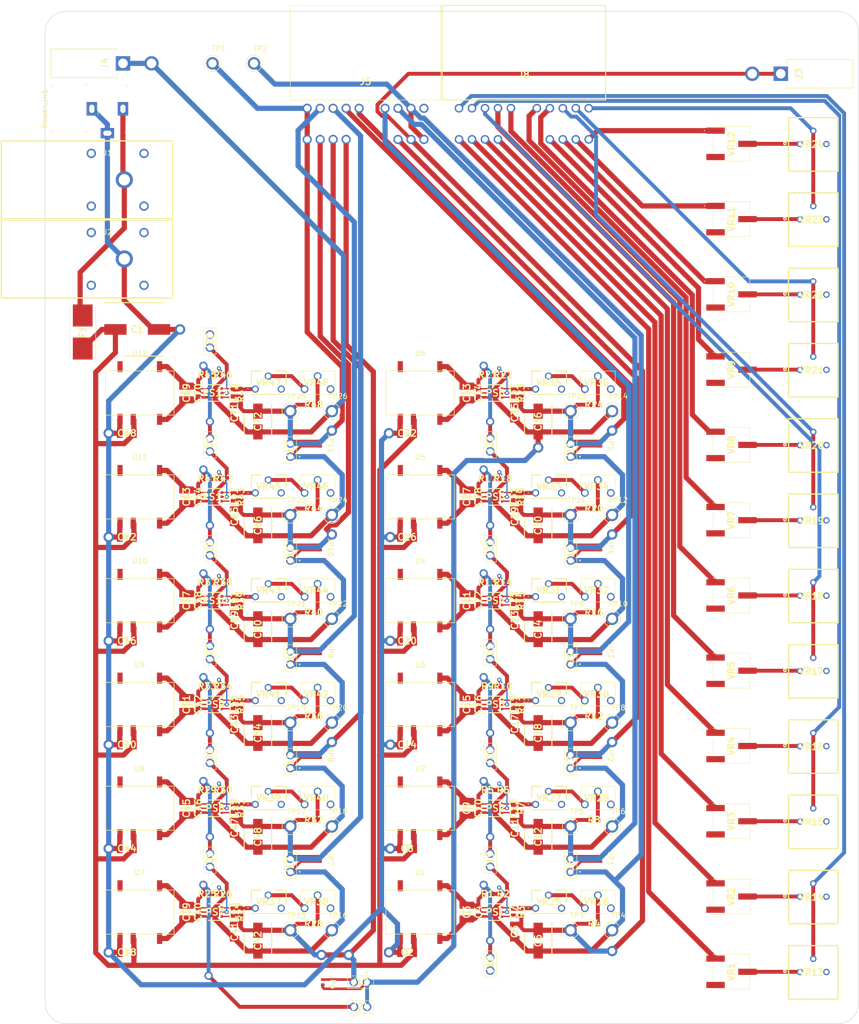
<source format=kicad_pcb>
(kicad_pcb (version 20211014) (generator pcbnew)
  (layers (0 "F.Cu" signal) (1 "In1.Cu" signal) (2 "In2.Cu" signal) (31 "B.Cu" signal) (34 "B.Paste" user) (35 "F.Paste" user) (36 "B.SilkS" user "B.Silkscreen") (37 "F.SilkS" user "F.Silkscreen") (38 "B.Mask" user) (39 "F.Mask" user) (44 "Edge.Cuts" user))
  (net 0 "")
  (net 1 "/CMU1/IN+")
  (net 2 "/CMU1/IN-")
  (net 3 "Net-(C7-Pad2)")
  (net 4 "/CMU2/OUT-")
  (net 5 "Net-(C13-Pad2)")
  (net 6 "/CMU3/OUT-")
  (net 7 "Net-(C19-Pad2)")
  (net 8 "/CMU4/OUT-")
  (net 9 "Net-(C25-Pad2)")
  (net 10 "/CMU5/OUT-")
  (net 11 "Net-(C31-Pad2)")
  (net 12 "/CMU6/OUT-")
  (net 13 "Net-(C37-Pad2)")
  (net 14 "/CMU7/OUT-")
  (net 15 "Net-(C43-Pad2)")
  (net 16 "/CMU8/OUT-")
  (net 17 "Net-(C49-Pad2)")
  (net 18 "/CMU9/OUT-")
  (net 19 "Net-(C55-Pad2)")
  (net 20 "/CMU10/OUT-")
  (net 21 "Net-(C61-Pad2)")
  (net 22 "/CMU11/OUT-")
  (net 23 "Net-(C67-Pad2)")
  (net 24 "Net-(C73-Pad2)")
  (net 25 "Net-(F1-Pad1)")
  (net 27 "Net-(J8-Pad1)")
  (net 28 "Net-(J8-Pad2)")
  (net 29 "Net-(J8-Pad3)")
  (net 30 "Net-(J8-Pad4)")
  (net 31 "Net-(J8-Pad5)")
  (net 32 "Net-(J8-Pad6)")
  (net 33 "Net-(J8-Pad7)")
  (net 34 "Net-(J8-Pad8)")
  (net 35 "/GND_NTC_11_12")
  (net 36 "/GND_NTC_9_10")
  (net 37 "/GND_NTC_7_8")
  (net 38 "Net-(J8-Pad12)")
  (net 39 "Net-(J8-Pad13)")
  (net 40 "Net-(J8-Pad14)")
  (net 41 "Net-(J8-Pad15)")
  (net 42 "/GND_NTC_5_6")
  (net 43 "/GND_NTC_3_4")
  (net 44 "/GND_NTC_1_2")
  (net 45 "Net-(PS1-Pad2)")
  (net 46 "Net-(PS2-Pad2)")
  (net 47 "Net-(PS3-Pad2)")
  (net 48 "Net-(PS4-Pad2)")
  (net 49 "Net-(PS5-Pad2)")
  (net 50 "Net-(PS6-Pad2)")
  (net 51 "Net-(PS7-Pad2)")
  (net 52 "Net-(PS8-Pad2)")
  (net 53 "Net-(PS9-Pad2)")
  (net 54 "Net-(PS10-Pad2)")
  (net 55 "Net-(PS11-Pad2)")
  (net 56 "Net-(PS12-Pad2)")
  (net 57 "Net-(R4-Pad1)")
  (net 58 "Net-(R8-Pad1)")
  (net 59 "Net-(R12-Pad1)")
  (net 60 "Net-(R16-Pad1)")
  (net 61 "Net-(R20-Pad1)")
  (net 62 "Net-(R24-Pad1)")
  (net 63 "Net-(R28-Pad1)")
  (net 64 "Net-(R32-Pad1)")
  (net 65 "Net-(R36-Pad1)")
  (net 66 "Net-(R40-Pad1)")
  (net 67 "Net-(R44-Pad1)")
  (net 68 "Net-(R48-Pad1)")
  (net 81 "Net-(VR1-Pad2)")
  (net 83 "Net-(VR14-Pad1)")
  (net 85 "Net-(VR15-Pad1)")
  (net 87 "Net-(VR16-Pad1)")
  (net 89 "Net-(VR17-Pad1)")
  (net 91 "Net-(VR18-Pad1)")
  (net 93 "Net-(VR19-Pad1)")
  (net 95 "Net-(VR20-Pad1)")
  (net 97 "Net-(VR21-Pad1)")
  (net 99 "Net-(VR10-Pad2)")
  (net 101 "Net-(VR11-Pad2)")
  (net 103 "Net-(VR12-Pad2)")
  (net 117 "Net-(VR25-Pad2)")
  (net 120 "Net-(VR27-Pad2)")
  (net 123 "Net-(VR29-Pad2)")
  (net 126 "Net-(VR31-Pad2)")
  (net 129 "Net-(VR33-Pad2)")
  (net 132 "Net-(VR35-Pad2)")
  (net 135 "Net-(VR37-Pad2)")
  (net 138 "Net-(VR39-Pad2)")
  (net 141 "Net-(VR41-Pad2)")
  (net 144 "Net-(VR43-Pad2)")
  (net 147 "Net-(VR45-Pad2)")
  (net 150 "Net-(VR47-Pad2)")
  (net 153 "CMU1-")
  (net 154 "CMU2+")
  (net 155 "CMU3+")
  (net 156 "CMU4+")
  (net 157 "CMU5+")
  (net 158 "CMU6+")
  (net 159 "CMU7+")
  (net 160 "CMU8+")
  (net 161 "CMU9+")
  (net 162 "CMU10+")
  (net 163 "CMU11+")
  (net 164 "CMU12+")
  (net 173 "CMU1+")
  (net 175 "/CMU1/ISO+")
  (net 176 "/CMU2/ISO+")
  (net 177 "/CMU3/ISO+")
  (net 178 "/CMU4/ISO+")
  (net 179 "/CMU5/ISO+")
  (net 180 "/CMU6/ISO+")
  (net 181 "/CMU7/ISO+")
  (net 182 "/CMU8/ISO+")
  (net 183 "/CMU9/ISO+")
  (net 184 "/CMU10/ISO+")
  (net 185 "/CMU11/ISO+")
  (net 186 "/CMU12/ISO+")
  (net 187 "/CMU12/ISO-")
  (footprint "SamacSys_Parts:RESC1608X60N" (layer "F.Cu") (at 106 202.5)
    (fp_text reference "R21")
    (fp_text value "CRT0603-FZ-1003ELF" hide)
  )
  (footprint "SamacSys_Parts:RESC1608X60N" (layer "F.Cu") (at 109 222.5)
    (fp_text reference "R18")
    (fp_text value "CRT0603-FZ-1003ELF" hide)
  )
  (footprint "SamacSys_Parts:PV37W104C01B00" (layer "F.Cu") (at 61.25 225.25)
    (fp_text reference "VR45")
    (fp_text value "PV37W104C01B00" hide)
  )
  (footprint "SamacSys_Parts:PV37W104C01B00" (layer "F.Cu") (at 115.25 245.25)
    (fp_text reference "VR31")
    (fp_text value "PV37W104C01B00" hide)
  )
  (footprint "SamacSys_Parts:7731110102LF" (layer "F.Cu") (at 122 217 90)
    (fp_text reference "J11")
    (fp_text value "77311-101-02LF" hide)
  )
  (footprint "1769405341:1769405341" (layer "F.Cu") (at 93 266)
    (fp_text reference "U3")
    (fp_text value "1769405341")
  )
  (footprint "SamacSys_Parts:CAPAE530X550N" (layer "F.Cu") (at 61.75 271.5 -90)
    (fp_text reference "C54")
    (fp_text value "875105242010" hide)
  )
  (footprint "SamacSys_Parts:CAPC1608X87N" (layer "F.Cu") (at 57 266 90)
    (fp_text reference "C55")
    (fp_text value "885012006053" hide)
  )
  (footprint "SamacSys_Parts:CAPC3216X180N" (layer "F.Cu") (at 90.5 313.75 180)
    (fp_text reference "C2")
    (fp_text value "885012208094" hide)
  )
  (footprint "1769405341:1769405341" (layer "F.Cu") (at 39 226)
    (fp_text reference "U11")
    (fp_text value "1769405341")
  )
  (footprint "SamacSys_Parts:CAPC3216X180N" (layer "F.Cu") (at 36.5 313.75 180)
    (fp_text reference "C38")
    (fp_text value "885012208094" hide)
  )
  (footprint "SamacSys_Parts:CAPC3225X280N" (layer "F.Cu") (at 48 306 -90)
    (fp_text reference "C39")
    (fp_text value "885012209073" hide)
  )
  (footprint "SamacSys_Parts:CAPC3225X280N" (layer "F.Cu") (at 102 226 -90)
    (fp_text reference "C27")
    (fp_text value "885012209073" hide)
  )
  (footprint "SamacSys_Parts:CAPAE530X550N" (layer "F.Cu") (at 61.75 211.5 -90)
    (fp_text reference "C72")
    (fp_text value "875105242010" hide)
  )
  (footprint "SamacSys_Parts:CAPC3225X280N" (layer "F.Cu") (at 102 306 -90)
    (fp_text reference "C3")
    (fp_text value "885012209073" hide)
  )
  (footprint "SamacSys_Parts:CAPC3225X280N" (layer "F.Cu") (at 48 206 -90)
    (fp_text reference "C69")
    (fp_text value "885012209073" hide)
  )
  (footprint "SamacSys_Parts:3296P-1-103" (layer "F.Cu") (at 168.75 184.5)
    (fp_text reference "VR22")
    (fp_text value "3362P-1-103TLF" hide)
  )
  (footprint "SamacSys_Parts:CAPAE530X550N" (layer "F.Cu") (at 115.75 271.5 -90)
    (fp_text reference "C18")
    (fp_text value "875105242010" hide)
  )
  (footprint "SamacSys_Parts:171010502" (layer "F.Cu") (at 107.5 286 180)
    (fp_text reference "PS2")
    (fp_text value "171010502" hide)
  )
  (footprint "test_point_5013:TESTPOINT_5013" (layer "F.Cu") (at 76 209.5)
    (fp_text reference "TP26")
    (fp_text value "5013")
  )
  (footprint "SamacSys_Parts:7731110102LF" (layer "F.Cu") (at 122 297 90)
    (fp_text reference "J6")
    (fp_text value "77311-101-02LF" hide)
  )
  (footprint "test_point_5013:TESTPOINT_5013" (layer "F.Cu") (at 61 142.5)
    (fp_text reference "TP2")
    (fp_text value "5013")
  )
  (footprint "SamacSys_Parts:3296P-1-103" (layer "F.Cu") (at 168.75 242.5)
    (fp_text reference "VR18")
    (fp_text value "3362P-1-103TLF" hide)
  )
  (footprint "SamacSys_Parts:7731110102LF" (layer "F.Cu") (at 68 257.02 90)
    (fp_text reference "J15")
    (fp_text value "77311-101-02LF" hide)
  )
  (footprint "SamacSys_Parts:3296P-1-103" (layer "F.Cu") (at 168.75 257)
    (fp_text reference "VR17")
    (fp_text value "3362P-1-103TLF" hide)
  )
  (footprint "SamacSys_Parts:CAPC1608X87N" (layer "F.Cu") (at 50.25 266 -90)
    (fp_text reference "C52")
    (fp_text value "885012206095" hide)
  )
  (footprint "SamacSys_Parts:RESC1608X60N" (layer "F.Cu") (at 112.5 286 -90)
    (fp_text reference "R7")
    (fp_text value "CRT0603-FZ-1003ELF" hide)
  )
  (footprint "SamacSys_Parts:CAPC1608X87N" (layer "F.Cu") (at 111 246 90)
    (fp_text reference "C25")
    (fp_text value "885012006053" hide)
  )
  (footprint "user_lib:solder_jumper" (layer "F.Cu") (at 127.75 215.75 -90)
    (fp_text reference "JP5")
    (fp_text value "SolderJumper_2_Open")
  )
  (footprint "SamacSys_Parts:171010502" (layer "F.Cu") (at 53.5 246 180)
    (fp_text reference "PS10")
    (fp_text value "171010502" hide)
  )
  (footprint "SamacSys_Parts:3361P1253GLF" (layer "F.Cu") (at 153 317.5 -90)
    (fp_text reference "VR1")
    (fp_text value "3361P-1-504GLF" hide)
  )
  (footprint "SamacSys_Parts:CAPC3216X180N" (layer "F.Cu") (at 36.5 253.75 180)
    (fp_text reference "C56")
    (fp_text value "885012208094" hide)
  )
  (footprint "SamacSys_Parts:CAPC3216X180N" (layer "F.Cu") (at 57.25 269.75 -90)
    (fp_text reference "C53")
    (fp_text value "885012208069" hide)
  )
  (footprint "1769405341:1769405341" (layer "F.Cu") (at 39 206)
    (fp_text reference "U12")
    (fp_text value "1769405341")
  )
  (footprint "SamacSys_Parts:171010502" (layer "F.Cu") (at 53.5 206 180)
    (fp_text reference "PS12")
    (fp_text value "171010502" hide)
  )
  (footprint "test_point_5013:TESTPOINT_5013" (layer "F.Cu") (at 122 249.5)
    (fp_text reference "TP9")
    (fp_text value "5013")
  )
  (footprint "SamacSys_Parts:3361P1253GLF" (layer "F.Cu") (at 153 245 -90)
    (fp_text reference "VR6")
    (fp_text value "3361P-1-504GLF" hide)
  )
  (footprint "FCR7350R:FCR7350R" (layer "F.Cu") (at 12.3115 172.44615)
    (fp_text reference "J1")
    (fp_text value "FCR7350R")
  )
  (footprint "SamacSys_Parts:CAPC3216X180N" (layer "F.Cu") (at 90.5 233.75 180)
    (fp_text reference "C26")
    (fp_text value "885012208094" hide)
  )
  (footprint "SamacSys_Parts:CAPC3216X180N" (layer "F.Cu") (at 111.25 309.75 -90)
    (fp_text reference "C5")
    (fp_text value "885012208069" hide)
  )
  (footprint "SamacSys_Parts:3296P-1-103" (layer "F.Cu") (at 168.75 170)
    (fp_text reference "VR23")
    (fp_text value "3362P-1-103TLF" hide)
  )
  (footprint "SamacSys_Parts:RESC1608X55N" (layer "F.Cu") (at 126.5 208.25 180)
    (fp_text reference "R24")
    (fp_text value "RT0603FRE0720KL" hide)
  )
  (footprint "test_point_5013:TESTPOINT_5013" (layer "F.Cu") (at 68 269.5)
    (fp_text reference "TP19")
    (fp_text value "5013")
  )
  (footprint "SamacSys_Parts:CAPC1608X87N" (layer "F.Cu") (at 111 206 90)
    (fp_text reference "C37")
    (fp_text value "885012006053" hide)
  )
  (footprint "SamacSys_Parts:171010502" (layer "F.Cu") (at 107.5 226 180)
    (fp_text reference "PS5")
    (fp_text value "171010502" hide)
  )
  (footprint "user_lib:solder_jumper" (layer "F.Cu") (at 127.75 275.75 -90)
    (fp_text reference "JP2")
    (fp_text value "SolderJumper_2_Open")
  )
  (footprint "user_lib:solder_jumper" (layer "F.Cu") (at 74.25 319.5 -90)
    (fp_text reference "JP6")
    (fp_text value "SolderJumper_2_Open" hide)
  )
  (footprint "SamacSys_Parts:RESC1608X55N" (layer "F.Cu") (at 126.5 288.25 180)
    (fp_text reference "R8")
    (fp_text value "RT0603FRE0720KL" hide)
  )
  (footprint "SamacSys_Parts:649002227222" (layer "F.Cu") (at 162.4935 144.5 90)
    (fp_text reference "J3")
    (fp_text value "649002227222" hide)
  )
  (footprint "SamacSys_Parts:RESC1608X55N" (layer "F.Cu") (at 72.5 228.25 180)
    (fp_text reference "R44")
    (fp_text value "RT0603FRE0720KL" hide)
  )
  (footprint "SamacSys_Parts:7731110102LF" (layer "F.Cu") (at 106.5 276 -90)
    (fp_text reference "J20")
    (fp_text value "77311-101-02LF" hide)
  )
  (footprint "SamacSys_Parts:CAPC3216X180N" (layer "F.Cu") (at 111.25 269.75 -90)
    (fp_text reference "C17")
    (fp_text value "885012208069" hide)
  )
  (footprint "SamacSys_Parts:PV37W104C01B00" (layer "F.Cu") (at 115.25 305.25)
    (fp_text reference "VR25")
    (fp_text value "PV37W104C01B00" hide)
  )
  (footprint "SamacSys_Parts:CAPC3216X180N" (layer "F.Cu") (at 36.5 213.75 180)
    (fp_text reference "C68")
    (fp_text value "885012208094" hide)
  )
  (footprint "test_point_5013:TESTPOINT_5013" (layer "F.Cu") (at 68 249.5)
    (fp_text reference "TP21")
    (fp_text value "5013")
  )
  (footprint "SamacSys_Parts:0154063DR" (layer "F.Cu") (at 28 194.25 -90)
    (fp_text reference "F1")
    (fp_text value "015406.3DR" hide)
  )
  (footprint "test_point_5013:TESTPOINT_5013" (layer "F.Cu") (at 122 229.5)
    (fp_text reference "TP11")
    (fp_text value "5013")
  )
  (footprint "test_point_5013:TESTPOINT_5013" (layer "F.Cu") (at 130 209.5)
    (fp_text reference "TP14")
    (fp_text value "5013")
  )
  (footprint "SamacSys_Parts:7731110102LF" (layer "F.Cu") (at 106.5 316 -90)
    (fp_text reference "J18")
    (fp_text value "77311-101-02LF" hide)
  )
  (footprint "SamacSys_Parts:171010502" (layer "F.Cu") (at 53.5 226 180)
    (fp_text reference "PS11")
    (fp_text value "171010502" hide)
  )
  (footprint "SamacSys_Parts:CAPC3216X180N" (layer "F.Cu") (at 90.5 253.75 180)
    (fp_text reference "C20")
    (fp_text value "885012208094" hide)
  )
  (footprint "SamacSys_Parts:7731110102LF" (layer "F.Cu") (at 122 257 90)
    (fp_text reference "J9")
    (fp_text value "77311-101-02LF" hide)
  )
  (footprint "SamacSys_Parts:3361P1253GLF" (layer "F.Cu") (at 153 259.5 -90)
    (fp_text reference "VR5")
    (fp_text value "3361P-1-504GLF" hide)
  )
  (footprint "SamacSys_Parts:CAPC3216X180N" (layer "F.Cu") (at 90.5 273.75 180)
    (fp_text reference "C14")
    (fp_text value "885012208094" hide)
  )
  (footprint "test_point_5013:TESTPOINT_5013" (layer "F.Cu") (at 76 229.5)
    (fp_text reference "TP24")
    (fp_text value "5013")
  )
  (footprint "test_point_5013:TESTPOINT_5013" (layer "F.Cu") (at 76 249.5)
    (fp_text reference "TP22")
    (fp_text value "5013")
  )
  (footprint "SamacSys_Parts:RESC1608X60N" (layer "F.Cu") (at 109 302.5)
    (fp_text reference "R2")
    (fp_text value "CRT0603-FZ-1003ELF" hide)
  )
  (footprint "SamacSys_Parts:CAPC3225X280N" (layer "F.Cu") (at 102 206 -90)
    (fp_text reference "C33")
    (fp_text value "885012209073" hide)
  )
  (footprint "SamacSys_Parts:PV37W104C01B00" (layer "F.Cu") (at 61.25 205.25)
    (fp_text reference "VR47")
    (fp_text value "PV37W104C01B00" hide)
  )
  (footprint "SamacSys_Parts:RESC1608X55N" (layer "F.Cu") (at 72.5 208.25 180)
    (fp_text reference "R48")
    (fp_text value "RT0603FRE0720KL" hide)
  )
  (footprint "SamacSys_Parts:171010502" (layer "F.Cu") (at 53.5 266 180)
    (fp_text reference "PS9")
    (fp_text value "171010502" hide)
  )
  (footprint "SamacSys_Parts:PV37W102C01B00" (layer "F.Cu") (at 124.75 285.25)
    (fp_text reference "VR28")
    (fp_text value "PV37W102C01B00" hide)
  )
  (footprint "SamacSys_Parts:CAPC3216X180N" (layer "F.Cu") (at 57.25 309.75 -90)
    (fp_text reference "C41")
    (fp_text value "885012208069" hide)
  )
  (footprint "SamacSys_Parts:CAPC3225X280N" (layer "F.Cu") (at 48 286 -90)
    (fp_text reference "C45")
    (fp_text value "885012209073" hide)
  )
  (footprint "SamacSys_Parts:RESC1608X60N" (layer "F.Cu") (at 55 282.5)
    (fp_text reference "R30")
    (fp_text value "CRT0603-FZ-1003ELF" hide)
  )
  (footprint "SamacSys_Parts:RESC1608X60N" (layer "F.Cu") (at 109 282.5)
    (fp_text reference "R6")
    (fp_text value "CRT0603-FZ-1003ELF" hide)
  )
  (footprint "SamacSys_Parts:7731110102LF" (layer "F.Cu") (at 68 217 90)
    (fp_text reference "J17")
    (fp_text value "77311-101-02LF" hide)
  )
  (footprint "SamacSys_Parts:PV37W102C01B00" (layer "F.Cu") (at 124.75 265.25)
    (fp_text reference "VR30")
    (fp_text value "PV37W102C01B00" hide)
  )
  (footprint "test_point_5013:TESTPOINT_5013" (layer "F.Cu") (at 76 289.5)
    (fp_text reference "TP18")
    (fp_text value "5013")
  )
  (footprint "SamacSys_Parts:RESC1608X60N" (layer "F.Cu") (at 106 242.5)
    (fp_text reference "R13")
    (fp_text value "CRT0603-FZ-1003ELF" hide)
  )
  (footprint "SamacSys_Parts:RESC1608X60N" (layer "F.Cu") (at 109 242.5)
    (fp_text reference "R14")
    (fp_text value "CRT0603-FZ-1003ELF" hide)
  )
  (footprint "SamacSys_Parts:CAPC3216X180N" (layer "F.Cu") (at 111.25 249.75 -90)
    (fp_text reference "C23")
    (fp_text value "885012208069" hide)
  )
  (footprint "SamacSys_Parts:CAPC3216X180N" (layer "F.Cu") (at 36.5 233.75 180)
    (fp_text reference "C62")
    (fp_text value "885012208094" hide)
  )
  (footprint "FCR7350R:FCR7350R" (layer "F.Cu") (at 12.3115 187.69615)
    (fp_text reference "J2")
    (fp_text value "FCR7350R")
  )
  (footprint "SamacSys_Parts:RESC1608X60N" (layer "F.Cu") (at 52 242.5)
    (fp_text reference "R37")
    (fp_text value "CRT0603-FZ-1003ELF" hide)
  )
  (footprint "SamacSys_Parts:CAPC1608X87N" (layer "F.Cu") (at 111 286 90)
    (fp_text reference "C13")
    (fp_text value "885012006053" hide)
  )
  (footprint "test_point_5013:TESTPOINT_5013" (layer "F.Cu") (at 122 309.5)
    (fp_text reference "TP3")
    (fp_text value "5013")
  )
  (footprint "SamacSys_Parts:CAPC3216X180N" (layer "F.Cu") (at 36.5 273.75 180)
    (fp_text reference "C50")
    (fp_text value "885012208094" hide)
  )
  (footprint "SamacSys_Parts:RESC1608X55N" (layer "F.Cu") (at 72.5 288.25 180)
    (fp_text reference "R32")
    (fp_text value "RT0603FRE0720KL" hide)
  )
  (footprint "SamacSys_Parts:RESC1608X60N" (layer "F.Cu") (at 109 262.5)
    (fp_text reference "R10")
    (fp_text value "CRT0603-FZ-1003ELF" hide)
  )
  (footprint "SamacSys_Parts:PV37W104C01B00" (layer "F.Cu") (at 115.25 225.25)
    (fp_text reference "VR33")
    (fp_text value "PV37W104C01B00" hide)
  )
  (footprint "SamacSys_Parts:171010502" (layer "F.Cu") (at 107.5 306 180)
    (fp_text reference "PS1")
    (fp_text value "171010502" hide)
  )
  (footprint "SamacSys_Parts:CAPAE530X550N" (layer "F.Cu") (at 61.75 231.5 -90)
    (fp_text reference "C66")
    (fp_text value "875105242010" hide)
  )
  (footprint "SamacSys_Parts:RESC1608X60N" (layer "F.Cu") (at 55 302.5)
    (fp_text reference "R26")
    (fp_text value "CRT0603-FZ-1003ELF" hide)
  )
  (footprint "SamacSys_Parts:CAPC1608X87N" (layer "F.Cu") (at 104.25 246 -90)
    (fp_text reference "C22")
    (fp_text value "885012206095" hide)
  )
  (footprint "SamacSys_Parts:CAPC3216X180N" (layer "F.Cu") (at 111.25 229.75 -90)
    (fp_text reference "C29")
    (fp_text value "885012208069" hide)
  )
  (footprint "SamacSys_Parts:ILAG516PD3L2A" (layer "F.Cu") (at 93.75 151.1575 180)
    (fp_text reference "J5")
    (fp_text value "IL-AG5-16P-D3L2-A" hide)
  )
  (footprint "SamacSys_Parts:PV37W102C01B00" (layer "F.Cu") (at 124.75 225.25)
    (fp_text reference "VR34")
    (fp_text value "PV37W102C01B00" hide)
  )
  (footprint "user_lib:solder_jumper" (layer "F.Cu") (at 73.75 255.75 -90)
    (fp_text reference "JP9")
    (fp_text value "SolderJumper_2_Open" hide)
  )
  (footprint "SamacSys_Parts:RESC1608X60N" (layer "F.Cu") (at 55 222.5)
    (fp_text reference "R42")
    (fp_text value "CRT0603-FZ-1003ELF" hide)
  )
  (footprint "SamacSys_Parts:PV37W102C01B00" (layer "F.Cu") (at 70.75 285.25)
    (fp_text reference "VR40")
    (fp_text value "PV37W102C01B00" hide)
  )
  (footprint "SamacSys_Parts:RESC1608X60N" (layer "F.Cu") (at 112.5 246 -90)
    (fp_text reference "R15")
    (fp_text value "CRT0603-FZ-1003ELF" hide)
  )
  (footprint "SamacSys_Parts:CAPC3225X280N" (layer "F.Cu") (at 102 286 -90)
    (fp_text reference "C9")
    (fp_text value "885012209073" hide)
  )
  (footprint "SamacSys_Parts:PV37W104C01B00" (layer "F.Cu") (at 115.25 285.25)
    (fp_text reference "VR27")
    (fp_text value "PV37W104C01B00" hide)
  )
  (footprint "SamacSys_Parts:RESC1608X60N" (layer "F.Cu") (at 112.5 306 -90)
    (fp_text reference "R3")
    (fp_text value "CRT0603-FZ-1003ELF" hide)
  )
  (footprint "SamacSys_Parts:CAPAE530X550N" (layer "F.Cu") (at 61.75 291.5 -90)
    (fp_text reference "C48")
    (fp_text value "875105242010" hide)
  )
  (footprint "SamacSys_Parts:CAPC1608X87N" (layer "F.Cu") (at 104.25 266 -90)
    (fp_text reference "C16")
    (fp_text value "885012206095" hide)
  )
  (footprint "SamacSys_Parts:CAPC3216X180N" (layer "F.Cu") (at 36.5 293.75 180)
    (fp_text reference "C44")
    (fp_text value "885012208094" hide)
  )
  (footprint "SamacSys_Parts:CAPC3216X180N" (layer "F.Cu") (at 57.25 209.75 -90)
    (fp_text reference "C71")
    (fp_text value "885012208069" hide)
  )
  (footprint "SamacSys_Parts:CAPC3216X180N" (layer "F.Cu") (at 90.5 293.75 180)
    (fp_text reference "C8")
    (fp_text value "885012208094" hide)
  )
  (footprint "SamacSys_Parts:3361P1253GLF" (layer "F.Cu") (at 153 187 -90)
    (fp_text reference "VR10")
    (fp_text value "3361P-1-504GLF" hide)
  )
  (footprint "SamacSys_Parts:RESC1608X60N" (layer "F.Cu") (at 58.5 226 -90)
    (fp_text reference "R43")
    (fp_text value "CRT0603-FZ-1003ELF" hide)
  )
  (footprint "user_lib:solder_jumper" (layer "F.Cu") (at 73.75 215.75 -90)
    (fp_text reference "JP11")
    (fp_text value "SolderJumper_2_Open" hide)
  )
  (footprint "SamacSys_Parts:CAPC3225X280N" (layer "F.Cu") (at 48 266 -90)
    (fp_text reference "C51")
    (fp_text value "885012209073" hide)
  )
  (footprint "SamacSys_Parts:PV37W104C01B00" (layer "F.Cu") (at 61.25 285.25)
    (fp_text reference "VR39")
    (fp_text value "PV37W104C01B00" hide)
  )
  (footprint "user_lib:solder_jumper" (layer "F.Cu") (at 73.75 295.75 -90)
    (fp_text reference "JP7")
    (fp_text value "SolderJumper_2_Open" hide)
  )
  (footprint "SamacSys_Parts:7731110102LF" (layer "F.Cu") (at 106.5 215.98 -90)
    (fp_text reference "J23")
    (fp_text value "77311-101-02LF" hide)
  )
  (footprint "SamacSys_Parts:3361P1253GLF" (layer "F.Cu") (at 153 230.5 -90)
    (fp_text reference "VR7")
    (fp_text value "3361P-1-504GLF" hide)
  )
  (footprint "test_point_5013:TESTPOINT_5013" (layer "F.Cu") (at 122 209.5)
    (fp_text reference "TP13")
    (fp_text value "5013")
  )
  (footprint "SamacSys_Parts:CAPC1608X87N" (layer "F.Cu") (at 104.25 306 -90)
    (fp_text reference "C4")
    (fp_text value "885012206095" hide)
  )
  (footprint "SamacSys_Parts:3296P-1-103" (layer "F.Cu") (at 168.75 300.5)
    (fp_text reference "VR14")
    (fp_text value "3362P-1-103TLF" hide)
  )
  (footprint "SamacSys_Parts:RESC1608X55N" (layer "F.Cu") (at 126.5 308.25 180)
    (fp_text reference "R4")
    (fp_text value "RT0603FRE0720KL" hide)
  )
  (footprint "SamacSys_Parts:CAPC1608X87N" (layer "F.Cu") (at 104.25 206 -90)
    (fp_text reference "C34")
    (fp_text value "885012206095" hide)
  )
  (footprint "SamacSys_Parts:171010502" (layer "F.Cu") (at 107.5 246 180)
    (fp_text reference "PS4")
    (fp_text value "171010502" hide)
  )
  (footprint "SamacSys_Parts:PV37W102C01B00" (layer "F.Cu") (at 124.75 205.25)
    (fp_text reference "VR36")
    (fp_text value "PV37W102C01B00" hide)
  )
  (footprint "user_lib:solder_jumper" (layer "F.Cu") (at 127.75 295.75 -90)
    (fp_text reference "JP1")
    (fp_text value "SolderJumper_2_Open")
  )
  (footprint "SamacSys_Parts:RESC1608X60N" (layer "F.Cu") (at 58.5 306 -90)
    (fp_text reference "R27")
    (fp_text value "CRT0603-FZ-1003ELF" hide)
  )
  (footprint "SamacSys_Parts:7731110102LF" (layer "F.Cu") (at 52.5 276 -90)
    (fp_text reference "J26")
    (fp_text value "77311-101-02LF" hide)
  )
  (footprint "SamacSys_Parts:CAPC3216X180N" (layer "F.Cu") (at 111.25 209.75 -90)
    (fp_text reference "C35")
    (fp_text value "885012208069" hide)
  )
  (footprint "SamacSys_Parts:CAPC3216X180N" (layer "F.Cu") (at 90.5 213.75 180)
    (fp_text reference "C32")
    (fp_text value "885012208094" hide)
  )
  (footprint "1769405341:1769405341" (layer "F.Cu") (at 93 286)
    (fp_text reference "U2")
    (fp_text value "1769405341")
  )
  (footprint "SamacSys_Parts:7731110102LF" (layer "F.Cu") (at 52.5 296 -90)
    (fp_text reference "J25")
    (fp_text value "77311-101-02LF" hide)
  )
  (footprint "SamacSys_Parts:CAPC1608X87N" (layer "F.Cu") (at 50.25 226 -90)
    (fp_text reference "C64")
    (fp_text value "885012206095" hide)
  )
  (footprint "SamacSys_Parts:PV37W102C01B00" (layer "F.Cu") (at 70.75 245.25)
    (fp_text reference "VR44")
    (fp_text value "PV37W102C01B00" hide)
  )
  (footprint "SamacSys_Parts:7731110102LF" (layer "F.Cu") (at 106.5 296 -90)
    (fp_text reference "J19")
    (fp_text value "77311-101-02LF" hide)
  )
  (footprint "SamacSys_Parts:RESC1608X55N" (layer "F.Cu") (at 126.5 248.25 180)
    (fp_text reference "R16")
    (fp_text value "RT0603FRE0720KL" hide)
  )
  (footprint "SamacSys_Parts:7731110102LF" (layer "F.Cu") (at 106.5 236 -90)
    (fp_text reference "J22")
    (fp_text value "77311-101-02LF" hide)
  )
  (footprint "digikey-footprints:Barrel_Jack_5.5mmODx2.1mmID_PJ-102A" (layer "F.Cu") (at 32.75 151.25 90)
    (fp_text reference "Power_in1")
    (fp_text value "PJ-102A")
  )
  (footprint "SamacSys_Parts:RESC1608X60N" (layer "F.Cu") (at 52 222.5)
    (fp_text reference "R41")
    (fp_text value "CRT0603-FZ-1003ELF" hide)
  )
  (footprint "SamacSys_Parts:3361P1253GLF" (layer "F.Cu") (at 153 216 -90)
    (fp_text reference "VR8")
    (fp_text value "3361P-1-504GLF" hide)
  )
  (footprint "SamacSys_Parts:3296P-1-103" (layer "F.Cu") (at 168.75 199)
    (fp_text reference "VR21")
    (fp_text value "3362P-1-103TLF" hide)
  )
  (footprint "SamacSys_Parts:3361P1253GLF" (layer "F.Cu") (at 153 303 -90)
    (fp_text reference "VR2")
    (fp_text value "3361P-1-504GLF" hide)
  )
  (footprint "test_point_5013:TESTPOINT_5013" (layer "F.Cu") (at 130 289.5)
    (fp_text reference "TP6")
    (fp_text value "5013")
  )
  (footprint "SamacSys_Parts:7731110102LF" (layer "F.Cu") (at 68 277 90)
    (fp_text reference "J14")
    (fp_text value "77311-101-02LF" hide)
  )
  (footprint "user_lib:solder_jumper" (layer "F.Cu") (at 127.75 235.75 -90)
    (fp_text reference "JP4")
    (fp_text value "SolderJumper_2_Open")
  )
  (footprint "test_point_5013:TESTPOINT_5013" (layer "F.Cu") (at 122 269.5)
    (fp_text reference "TP7")
    (fp_text value "5013")
  )
  (footprint "SamacSys_Parts:RESC1608X55N" (layer "F.Cu") (at 126.5 268.25 180)
    (fp_text reference "R12")
    (fp_text value "RT0603FRE0720KL" hide)
  )
  (footprint "test_point_5013:TESTPOINT_5013" (layer "F.Cu") (at 122 289.5)
    (fp_text reference "TP5")
    (fp_text value "5013")
  )
  (footprint "SamacSys_Parts:3361P1253GLF" (layer "F.Cu") (at 153 201.5 -90)
    (fp_text reference "VR9")
    (fp_text value "3361P-1-504GLF" hide)
  )
  (footprint "user_lib:solder_jumper" (layer "F.Cu") (at 73.75 275.75 -90)
    (fp_text reference "JP8")
    (fp_text value "SolderJumper_2_Open" hide)
  )
  (footprint "SamacSys_Parts:3296P-1-103" (layer "F.Cu") (at 168.75 286)
    (fp_text reference "VR15")
    (fp_text value "3362P-1-103TLF" hide)
  )
  (footprint "1769405341:1769405341" (layer "F.Cu") (at 39 306)
    (fp_text reference "U7")
    (fp_text value "1769405341")
  )
  (footprint "SamacSys_Parts:3361P1253GLF" (layer "F.Cu") (at 153 172.5 -90)
    (fp_text reference "VR11")
    (fp_text value "3361P-1-504GLF" hide)
  )
  (footprint "SamacSys_Parts:PV37W102C01B00" (layer "F.Cu") (at 124.75 245.25)
    (fp_text reference "VR32")
    (fp_text value "PV37W102C01B00" hide)
  )
  (footprint "SamacSys_Parts:171010502" (layer "F.Cu") (at 107.5 206 180)
    (fp_text reference "PS6")
    (fp_text value "171010502" hide)
  )
  (footprint "SamacSys_Parts:7731110102LF" (layer "F.Cu") (at 52.5 236 -90)
    (fp_text reference "J28")
    (fp_text value "77311-101-02LF" hide)
  )
  (footprint "SamacSys_Parts:RESC1608X60N" (layer "F.Cu") (at 106 282.5)
    (fp_text reference "R5")
    (fp_text value "CRT0603-FZ-1003ELF" hide)
  )
  (footprint "SamacSys_Parts:CAPC3216X180N" (layer "F.Cu") (at 111.25 289.75 -90)
    (fp_text reference "C11")
    (fp_text value "885012208069" hide)
  )
  (footprint "SamacSys_Parts:171010502" (layer "F.Cu") (at 107.5 266 180)
    (fp_text reference "PS3")
    (fp_text value "171010502" hide)
  )
  (footprint "1769405341:1769405341" (layer "F.Cu") (at 93 306)
    (fp_text reference "U1")
    (fp_text value "1769405341")
  )
  (footprint "SamacSys_Parts:7731110102LF" (layer "F.Cu") (at 52.5 216 -90)
    (fp_text reference "J29")
    (fp_text value "77311-101-02LF" hide)
  )
  (footprint "SamacSys_Parts:CAPC3216X180N" (layer "F.Cu") (at 57.25 229.75 -90)
    (fp_text reference "C65")
    (fp_text value "885012208069" hide)
  )
  (footprint "test_point_5013:TESTPOINT_5013" (layer "F.Cu") (at 68 309.5)
    (fp_text reference "TP15")
    (fp_text value "5013")
  )
  (footprint "SamacSys_Parts:PV37W104C01B00" (layer "F.Cu") (at 115.25 205.25)
    (fp_text reference "VR35")
    (fp_text value "PV37W104C01B00" hide)
  )
  (footprint "SamacSys_Parts:PV37W104C01B00" (layer "F.Cu") (at 115.25 265.25)
    (fp_text reference "VR29")
    (fp_text value "PV37W104C01B00" hide)
  )
  (footprint "SamacSys_Parts:PV37W102C01B00" (layer "F.Cu") (at 70.75 305.25)
    (fp_text reference "VR38")
    (fp_text value "PV37W102C01B00" hide)
  )
  (footprint "user_lib:solder_jumper" (layer "F.Cu") (at 127.75 255.75 -90)
    (fp_text reference "JP3")
    (fp_text value "SolderJumper_2_Open")
  )
  (footprint "SamacSys_Parts:7731110102LF" (layer "F.Cu") (at 81.52 324.25)
    (fp_text reference "J24")
    (fp_text value "77311-101-02LF" hide)
  )
  (footprint "1769405341:1769405341" (layer "F.Cu") (at 39 286)
    (fp_text reference "U8")
    (fp_text value "1769405341")
  )
  (footprint "SamacSys_Parts:RESC1608X60N" (layer "F.Cu") (at 52 282.5)
    (fp_text reference "R29")
    (fp_text value "CRT0603-FZ-1003ELF" hide)
  )
  (footprint "SamacSys_Parts:CAPC1608X87N" (layer "F.Cu") (at 57 206 90)
    (fp_text reference "C73")
    (fp_text value "885012006053" hide)
  )
  (footprint "SamacSys_Parts:3361P1253GLF" (layer "F.Cu") (at 153 274 -90)
    (fp_text reference "VR4")
    (fp_text value "3361P-1-504GLF" hide)
  )
  (footprint "SamacSys_Parts:3296P-1-103" (layer "F.Cu") (at 168.75 213.5)
    (fp_text reference "VR20")
    (fp_text value "3362P-1-103TLF" hide)
  )
  (footprint "SamacSys_Parts:7731110102LF" (layer "F.Cu") (at 122 277 90)
    (fp_text reference "J7")
    (fp_text value "77311-101-02LF" hide)
  )
  (footprint "SamacSys_Parts:7731110102LF" (layer "F.Cu") (at 52.5 196 -90)
    (fp_text reference "J30")
    (fp_text value "77311-101-02LF" hide)
  )
  (footprint "SamacSys_Parts:RESC1608X55N" (layer "F.Cu") (at 72.5 248.25 180)
    (fp_text reference "R40")
    (fp_text value "RT0603FRE0720KL" hide)
  )
  (footprint "SamacSys_Parts:CAPC1608X87N" (layer "F.Cu") (at 111 266 90)
    (fp_text reference "C19")
    (fp_text value "885012006053" hide)
  )
  (footprint "test_point_5013:TESTPOINT_5013" (layer "F.Cu") (at 68 289.5)
    (fp_text reference "TP17")
    (fp_text value "5013")
  )
  (footprint "SamacSys_Parts:CAPC1608X87N" (layer "F.Cu") (at 57 306 90)
    (fp_text reference "C43")
    (fp_text value "885012006053" hide)
  )
  (footprint "SamacSys_Parts:RESC1608X60N" (layer "F.Cu") (at 58.5 266 -90)
    (fp_text reference "R35")
    (fp_text value "CRT0603-FZ-1003ELF" hide)
  )
  (footprint "SamacSys_Parts:CAPAE530X550N" (layer "F.Cu") (at 115.75 211.5 -90)
    (fp_text reference "C36")
    (fp_text value "875105242010" hide)
  )
  (footprint "SamacSys_Parts:CAPC1608X87N" (layer "F.Cu") (at 111 226 90)
    (fp_text reference "C31")
    (fp_text value "885012006053" hide)
  )
  (footprint "SamacSys_Parts:RESC1608X55N" (layer "F.Cu") (at 72.5 268.25 180)
    (fp_text reference "R36")
    (fp_text value "RT0603FRE0720KL" hide)
  )
  (footprint "SamacSys_Parts:3296P-1-103" (layer "F.Cu") (at 168.75 315)
    (fp_text reference "VR13")
    (fp_text value "3362P-1-103TLF" hide)
  )
  (footprint "test_point_5013:TESTPOINT_5013" (layer "F.Cu") (at 76 269.5)
    (fp_text reference "TP20")
    (fp_text value "5013")
  )
  (footprint "SamacSys_Parts:RESC1608X60N" (layer "F.Cu") (at 52 302.5)
    (fp_text reference "R25")
    (fp_text value "CRT0603-FZ-1003ELF" hide)
  )
  (footprint "SamacSys_Parts:CAPC1608X87N" (layer "F.Cu") (at 104.25 226 -90)
    (fp_text reference "C28")
    (fp_text value "885012206095" hide)
  )
  (footprint "test_point_5013:TESTPOINT_5013" (layer "F.Cu") (at 53 142.5)
    (fp_text reference "TP1")
    (fp_text value "5013")
  )
  (footprint "test_point_5013:TESTPOINT_5013" (layer "F.Cu") (at 130 229.5)
    (fp_text reference "TP12")
    (fp_text value "5013")
  )
  (footprint "SamacSys_Parts:PV37W102C01B00" (layer "F.Cu") (at 70.75 225.25)
    (fp_text reference "VR46")
    (fp_text value "PV37W102C01B00" hide)
  )
  (footprint "SamacSys_Parts:CAPC3225X280N" (layer "F.Cu") (at 102 246 -90)
    (fp_text reference "C21")
    (fp_text value "885012209073" hide)
  )
  (footprint "SamacSys_Parts:RESC1608X60N" (layer "F.Cu") (at 52 262.5)
    (fp_text reference "R33")
    (fp_text value "CRT0603-FZ-1003ELF" hide)
  )
  (footprint "test_point_5013:TESTPOINT_5013" (layer "F.Cu") (at 68 229.5)
    (fp_text reference "TP23")
    (fp_text value "5013")
  )
  (footprint "SamacSys_Parts:RESC1608X60N" (layer "F.Cu") (at 55 242.5)
    (fp_text reference "R38")
    (fp_text value "CRT0603-FZ-1003ELF" hide)
  )
  (footprint "SamacSys_Parts:7731110102LF" (layer "F.Cu") (at 68 237 90)
    (fp_text reference "J16")
    (fp_text value "77311-101-02LF" hide)
  )
  (footprint "1769405341:1769405341" (layer "F.Cu") (at 39 246)
    (fp_text reference "U10")
    (fp_text value "1769405341")
  )
  (footprint "SamacSys_Parts:RESC1608X60N" (layer "F.Cu") (at 58.5 286 -90)
    (fp_text reference "R31")
    (fp_text value "CRT0603-FZ-1003ELF" hide)
  )
  (footprint "SamacSys_Parts:CAPC3216X180N" (layer "F.Cu") (at 57.25 249.75 -90)
    (fp_text reference "C59")
    (fp_text value "885012208069" hide)
  )
  (footprint "test_point_5013:TESTPOINT_5013" (layer "F.Cu") (at 130 309.5)
    (fp_text reference "TP4")
    (fp_text value "5013")
  )
  (footprint "SamacSys_Parts:CAPC1608X87N" (layer "F.Cu") (at 57 286 90)
    (fp_text reference "C49")
    (fp_text value "885012006053" hide)
  )
  (footprint "SamacSys_Parts:PV37W102C01B00" (layer "F.Cu") (at 124.75 305.25)
    (fp_text reference "VR26")
    (fp_text value "PV37W102C01B00" hide)
  )
  (footprint "SamacSys_Parts:PV37W104C01B00" (layer "F.Cu") (at 61.25 245.25)
    (fp_text reference "VR43")
    (fp_text value "PV37W104C01B00" hide)
  )
  (footprint "SamacSys_Parts:CAPC1608X87N" (layer "F.Cu") (at 50.25 206 -90)
    (fp_text reference "C70")
    (fp_text value "885012206095" hide)
  )
  (footprint "SamacSys_Parts:3296P-1-103" (layer "F.Cu") (at 168.75 228)
    (fp_text reference "VR19")
    (fp_text value "3362P-1-103TLF" hide)
  )
  (footprint "SamacSys_Parts:CAPC1608X87N" (layer "F.Cu") (at 57 226 90)
    (fp_text reference "C67")
    (fp_text value "885012006053" hide)
  )
  (footprint "SamacSys_Parts:CAPAE1030X1050N" (layer "F.Cu") (at 38.5 193.75)
    (fp_text reference "C1")
    (fp_text value "865080657018" hide)
  )
  (footprint "SamacSys_Parts:171010502" (layer "F.Cu") (at 53.5 286 180)
    (fp_text reference "PS8")
    (fp_text value "171010502" hide)
  )
  (footprint "SamacSys_Parts:171010502" (layer "F.Cu") (at 53.5 306 180)
    (fp_text reference "PS7")
    (fp_text value "171010502" hide)
  )
  (footprint "SamacSys_Parts:CAPC1608X87N" (layer "F.Cu") (at 104.25 286 -90)
    (fp_text reference "C10")
    (fp_text value "885012206095" hide)
  )
  (footprint "1769405341:1769405341" (layer "F.Cu") (at 93 246)
    (fp_text reference "U4")
    (fp_text value "1769405341")
  )
  (footprint "SamacSys_Parts:PV37W102C01B00" (layer "F.Cu") (at 70.75 205.25)
    (fp_text reference "VR48")
    (fp_text value "PV37W102C01B00" hide)
  )
  (footprint "SamacSys_Parts:RESC1608X55N" (layer "F.Cu") (at 72.5 308.25 180)
    (fp_text reference "R28")
    (fp_text value "RT0603FRE0720KL" hide)
  )
  (footprint "SamacSys_Parts:3296P-1-103" (layer "F.Cu") (at 168.75 271.5)
    (fp_text reference "VR16")
    (fp_text value "3362P-1-103TLF" hide)
  )
  (footprint "SamacSys_Parts:RESC1608X60N" (layer "F.Cu") (at 112.5 206 -90)
    (fp_text reference "R23")
    (fp_text value "CRT0603-FZ-1003ELF" hide)
  )
  (footprint "SamacSys_Parts:3296P-1-103" (layer "F.Cu") (at 168.75 155.5)
    (fp_text reference "VR24")
    (fp_text value "3362P-1-103TLF" hide)
  )
  (footprint "SamacSys_Parts:RESC1608X60N" (layer "F.Cu") (at 58.5 206 -90)
    (fp_text reference "R47")
    (fp_text value "CRT0603-FZ-1003ELF" hide)
  )
  (footprint "SamacSys_Parts:RESC1608X60N" (layer "F.Cu") (at 112.5 226 -90)
    (fp_text reference "R19")
    (fp_text value "CRT0603-FZ-1003ELF" hide)
  )
  (footprint "SamacSys_Parts:PV37W104C01B00" (layer "F.Cu") (at 61.25 265.25)
    (fp_text reference "VR41")
    (fp_text value "PV37W104C01B00" hide)
  )
  (footprint "SamacSys_Parts:CAPC1608X87N" (layer "F.Cu") (at 57 246 90)
    (fp_text reference "C61")
    (fp_text value "885012006053" hide)
  )
  (footprint "SamacSys_Parts:CAPAE530X550N" (layer "F.Cu") (at 61.75 251.5 -90)
    (fp_text reference "C60")
    (fp_text value "875105242010" hide)
  )
  (footprint "SamacSys_Parts:649002227222" (layer "F.Cu") (at 35.75 142.5 -90)
    (fp_text reference "J4")
    (fp_text value "649002227222" hide)
  )
  (footprint "SamacSys_Parts:ILAG518PD3L2" (layer "F.Cu") (at 125.5 151.1415 180)
    (fp_text reference "J8")
    (fp_text value "IL-AG5-18P-D3L2" hide)
  )
  (footprint "SamacSys_Parts:CAPC1608X87N" (layer "F.Cu") (at 50.25 246 -90)
    (fp_text reference "C58")
    (fp_text value "885012206095" hide)
  )
  (footprint "SamacSys_Parts:CAPC3216X180N" (layer "F.Cu") (at 57.25 289.75 -90)
    (fp_text reference "C47")
    (fp_text value "885012208069" hide)
  )
  (footprint "SamacSys_Parts:RESC1608X60N" (layer "F.Cu") (at 106 302.5)
    (fp_text reference "R1")
    (fp_text value "CRT0603-FZ-1003ELF" hide)
  )
  (footprint "SamacSys_Parts:7731110102LF" (layer "F.Cu") (at 106.5 256 -90)
    (fp_text reference "J21")
    (fp_text value "77311-101-02LF" hide)
  )
  (footprint "SamacSys_Parts:RESC1608X60N" (layer "F.Cu") (at 55 262.5)
    (fp_text reference "R34")
    (fp_text value "CRT0603-FZ-1003ELF" hide)
  )
  (footprint "SamacSys_Parts:CAPC1608X87N" (layer "F.Cu") (at 50.25 286 -90)
    (fp_text reference "C46")
    (fp_text value "885012206095" hide)
  )
  (footprint "SamacSys_Parts:RESC1608X60N" (layer "F.Cu") (at 112.5 266 -90)
    (fp_text reference "R11")
    (fp_text value "CRT0603-FZ-1003ELF" hide)
  )
  (footprint "SamacSys_Parts:CAPAE530X550N" (layer "F.Cu") (at 115.75 291.5 -90)
    (fp_text reference "C12")
    (fp_text value "875105242010" hide)
  )
  (footprint "SamacSys_Parts:7731110102LF" (layer "F.Cu") (at 81.5 319.5 180)
    (fp_text reference "J12")
    (fp_text value "77311-101-02LF" hide)
  )
  (footprint "SamacSys_Parts:CAPC3225X280N" (layer "F.Cu") (at 48 226 -90)
    (fp_text reference "C63")
    (fp_text value "885012209073" hide)
  )
  (footprint "SamacSys_Parts:CAPAE530X550N" (layer "F.Cu") (at 115.75 231.5 -90)
    (fp_text reference "C30")
    (fp_text value "875105242010" hide)
  )
  (footprint "test_point_5013:TESTPOINT_5013" (layer "F.Cu") (at 76 309.5)
    (fp_text reference "TP16")
    (fp_text value "5013")
  )
  (footprint "SamacSys_Parts:CAPAE530X550N" (layer "F.Cu") (at 115.75 251.5 -90)
    (fp_text reference "C24")
    (fp_text value "875105242010" hide)
  )
  (footprint "SamacSys_Parts:RESC1608X60N" (layer "F.Cu") (at 106 262.5)
    (fp_text reference "R9")
    (fp_text value "CRT0603-FZ-1003ELF" hide)
  )
  (footprint "SamacSys_Parts:RESC1608X60N" (layer "F.Cu") (at 58.5 246 -90)
    (fp_text reference "R39")
    (fp_text value "CRT0603-FZ-1003ELF" hide)
  )
  (footprint "user_lib:solder_jumper" (layer "F.Cu") (at 73.75 235.75 -90)
    (fp_text reference "JP10")
    (fp_text value "SolderJumper_2_Open" hide)
  )
  (footprint "SamacSys_Parts:CAPC3225X280N" (layer "F.Cu") (at 102 266 -90)
    (fp_text reference "C15")
    (fp_text value "885012209073" hide)
  )
  (footprint "SamacSys_Parts:7731110102LF" (layer "F.Cu") (at 52.5 256 -90)
    (fp_text reference "J27")
    (fp_text value "77311-101-02LF" hide)
  )
  (footprint "test_point_5013:TESTPOINT_5013" (layer "F.Cu") (at 130 249.5)
    (fp_text reference "TP10")
    (fp_text value "5013")
  )
  (footprint "SamacSys_Parts:7731110102LF" (layer "F.Cu") (at 122 237 90)
    (fp_text reference "J10")
    (fp_text value "77311-101-02LF" hide)
  )
  (footprint "SamacSys_Parts:3361P1253GLF" (layer "F.Cu") (at 153 288.5 -90)
    (fp_text reference "VR3")
    (fp_text value "3361P-1-504GLF" hide)
  )
  (footprint "SamacSys_Parts:RESC1608X60N" (layer "F.Cu") (at 55 202.5)
    (fp_text reference "R46")
    (fp_text value "CRT0603-FZ-1003ELF" hide)
  )
  (footprint "SamacSys_Parts:7731110102LF" (layer "F.Cu") (at 68 297 90)
    (fp_text reference "J13")
    (fp_text value "77311-101-02LF" hide)
  )
  (footprint "SamacSys_Parts:RESC1608X60N" (layer "F.Cu") (at 109 202.5)
    (fp_text reference "R22")
    (fp_text value "CRT0603-FZ-1003ELF" hide)
  )
  (footprint "SamacSys_Parts:RESC1608X55N" (layer "F.Cu") (at 126.5 228.25 180)
    (fp_text reference "R20")
    (fp_text value "RT0603FRE0720KL" hide)
  )
  (footprint "1769405341:1769405341" (layer "F.Cu") (at 93 206)
    (fp_text reference "U6")
    (fp_text value "1769405341")
  )
  (footprint "SamacSys_Parts:PV37W102C01B00" (layer "F.Cu") (at 70.75 265.25)
    (fp_text reference "VR42")
    (fp_text value "PV37W102C01B00" hide)
  )
  (footprint "SamacSys_Parts:CAPAE530X550N" (layer "F.Cu") (at 61.75 311.5 -90)
    (fp_text reference "C42")
    (fp_text value "875105242010" hide)
  )
  (footprint "SamacSys_Parts:CAPC1608X87N" (layer "F.Cu") (at 111 306 90)
    (fp_text reference "C7")
    (fp_text value "885012006053" hide)
  )
  (footprint "test_point_5013:TESTPOINT_5013" (layer "F.Cu") (at 130 269.5)
    (fp_text reference "TP8")
    (fp_text value "5013")
  )
  (footprint "1769405341:1769405341" (layer "F.Cu") (at 39 266)
    (fp_text reference "U9")
    (fp_text value "1769405341")
  )
  (footprint "SamacSys_Parts:CAPC3225X280N" (layer "F.Cu") (at 48 246 -90)
    (fp_text reference "C57")
    (fp_text value "885012209073" hide)
  )
  (footprint "SamacSys_Parts:CAPAE530X550N" (layer "F.Cu") (at 115.75 311.5 -90)
    (fp_text reference "C6")
    (fp_text value "875105242010" hide)
  )
  (footprint "SamacSys_Parts:RESC1608X60N" (layer "F.Cu") (at 52 202.5)
    (fp_text reference "R45")
    (fp_text value "CRT0603-FZ-1003ELF" hide)
  )
  (footprint "1769405341:1769405341" (layer "F.Cu") (at 93 226)
    (fp_text reference "U5")
    (fp_text value "1769405341")
  )
  (footprint "SamacSys_Parts:PV37W104C01B00" (layer "F.Cu") (at 61.25 305.25)
    (fp_text reference "VR37")
    (fp_text value "PV37W104C01B00" hide)
  )
  (footprint "SamacSys_Parts:CAPC1608X87N" (layer "F.Cu") (at 50.25 306 -90)
    (fp_text reference "C40")
    (fp_text value "885012206095" hide)
  )
  (footprint "test_point_5013:TESTPOINT_5013" (layer "F.Cu") (at 68 209.5)
    (fp_text reference "TP25")
    (fp_text value "5013")
  )
  (footprint "SamacSys_Parts:RESC1608X60N" (layer "F.Cu") (at 106 222.5)
    (fp_text reference "R17")
    (fp_text value "CRT0603-FZ-1003ELF" hide)
  )
  (footprint "SamacSys_Parts:3361P1253GLF" (layer "F.Cu") (at 153 158 -90)
    (fp_text reference "VR12")
    (fp_text value "3361P-1-504GLF" hide)
  )
  (gr_line (start 177.5 323.5) (end 177.5 136.5) (layer "Edge.Cuts") (width 0.1))
  (gr_arc (start 24.75 327.5) (mid 21.921573 326.328427) (end 20.75 323.5) (layer "Edge.Cuts") (width 0.1))
  (gr_arc (start 173.5 132.5) (mid 176.328427 133.671573) (end 177.5 136.5) (layer "Edge.Cuts") (width 0.1))
  (gr_arc (start 20.75 136.5) (mid 21.921573 133.671573) (end 24.75 132.5) (layer "Edge.Cuts") (width 0.1))
  (gr_line (start 20.75 136.5) (end 20.75 323.5) (layer "Edge.Cuts") (width 0.1))
  (gr_arc (start 177.5 323.5) (mid 176.328427 326.328427) (end 173.5 327.5) (layer "Edge.Cuts") (width 0.1))
  (gr_line (start 173.5 132.5) (end 24.75 132.5) (layer "Edge.Cuts") (width 0.1))
  (gr_line (start 24.75 327.5) (end 173.5 327.5) (layer "Edge.Cuts") (width 0.1))
  (segment (start 91.86 214.265) (end 85.25 220.875) (width 1) (layer "F.Cu") (net 1))
  (segment (start 37.86 311.21) (end 37.73 311.08) (width 1) (layer "F.Cu") (net 1))
  (segment (start 85.25 220.875) (end 85.25 235.75) (width 1) (layer "F.Cu") (net 1))
  (segment (start 85.25 316) (end 85 316.25) (width 1) (layer "F.Cu") (net 1))
  (segment (start 89.86 295.75) (end 85.25 295.75) (width 1) (layer "F.Cu") (net 1))
  (segment (start 85.25 255.75) (end 85.25 275.75) (width 1) (layer "F.Cu") (net 1))
  (segment (start 91.86 253.75) (end 89.86 255.75) (width 1) (layer "F.Cu") (net 1))
  (segment (start 28 197.435) (end 31.685 193.75) (width 1) (layer "F.Cu") (net 1))
  (segment (start 37.86 273.75) (end 35.86 275.75) (width 1) (layer "F.Cu") (net 1))
  (segment (start 91.86 231.21) (end 91.73 231.08) (width 1) (layer "F.Cu") (net 1))
  (segment (start 37.86 273.75) (end 37.86 271.21) (width 1) (layer "F.Cu") (net 1))
  (segment (start 37.86 316.14) (end 37.75 316.25) (width 1) (layer "F.Cu") (net 1))
  (segment (start 37.86 313.75) (end 37.86 316.14) (width 1) (layer "F.Cu") (net 1))
  (segment (start 91.86 271.21) (end 91.73 271.08) (width 1) (layer "F.Cu") (net 1))
  (segment (start 91.86 213.75) (end 91.86 211.21) (width 1) (layer "F.Cu") (net 1))
  (segment (start 89.36 316.25) (end 85 316.25) (width 1) (layer "F.Cu") (net 1))
  (segment (start 30.5 215.75) (end 30.5 235.75) (width 1) (layer "F.Cu") (net 1))
  (segment (start 89.86 255.75) (end 85.25 255.75) (width 1) (layer "F.Cu") (net 1))
  (segment (start 85.25 275.75) (end 85.25 295.75) (width 1) (layer "F.Cu") (net 1))
  (segment (start 30.5 235.75) (end 30.5 255.75) (width 1) (layer "F.Cu") (net 1))
  (segment (start 37.86 293.75) (end 35.86 295.75) (width 1) (layer "F.Cu") (net 1))
  (segment (start 91.86 213.75) (end 91.86 214.265) (width 1) (layer "F.Cu") (net 1))
  (segment (start 30.5 275.75) (end 30.5 295.75) (width 1) (layer "F.Cu") (net 1))
  (segment (start 91.86 211.21) (end 91.73 211.08) (width 1) (layer "F.Cu") (net 1))
  (segment (start 37.86 253.75) (end 37.86 251.21) (width 1) (layer "F.Cu") (net 1))
  (segment (start 30.5 313.826737) (end 32.923263 316.25) (width 1) (layer "F.Cu") (net 1))
  (segment (start 85 316.25) (end 80 316.25) (width 1) (layer "F.Cu") (net 1))
  (segment (start 37.86 251.21) (end 37.73 251.08) (width 1) (layer "F.Cu") (net 1))
  (segment (start 91.86 253.75) (end 91.86 251.21) (width 1) (layer "F.Cu") (net 1))
  (segment (start 85.25 235.75) (end 85.25 255.75) (width 1) (layer "F.Cu") (net 1))
  (segment (start 91.86 273.75) (end 91.86 271.21) (width 1) (layer "F.Cu") (net 1))
  (segment (start 91.86 233.75) (end 89.86 235.75) (width 1) (layer "F.Cu") (net 1))
  (segment (start 37.75 316.25) (end 80 316.25) (width 1) (layer "F.Cu") (net 1))
  (segment (start 85.25 295.75) (end 85.25 316) (width 1) (layer "F.Cu") (net 1))
  (segment (start 37.86 213.75) (end 37.86 211.21) (width 1) (layer "F.Cu") (net 1))
  (segment (start 37.86 313.75) (end 37.86 311.21) (width 1) (layer "F.Cu") (net 1))
  (segment (start 37.86 231.21) (end 37.73 231.08) (width 1) (layer "F.Cu") (net 1))
  (segment (start 89.86 275.75) (end 85.25 275.75) (width 1) (layer "F.Cu") (net 1))
  (segment (start 91.86 291.21) (end 91.73 291.08) (width 1) (layer "F.Cu") (net 1))
  (segment (start 37.86 271.21) (end 37.73 271.08) (width 1) (layer "F.Cu") (net 1))
  (segment (start 35.86 295.75) (end 30.5 295.75) (width 1) (layer "F.Cu") (net 1))
  (segment (start 37.86 293.75) (end 37.86 291.21) (width 1) (layer "F.Cu") (net 1))
  (segment (start 35.86 235.75) (end 30.5 235.75) (width 1) (layer "F.Cu") (net 1))
  (segment (start 34.3 198.2) (end 30.5 202) (width 1) (layer "F.Cu") (net 1))
  (segment (start 91.86 293.75) (end 91.86 291.21) (width 1) (layer "F.Cu") (net 1))
  (segment (start 31.685 193.75) (end 34.3 193.75) (width 1) (layer "F.Cu") (net 1))
  (segment (start 37.86 213.889022) (end 35.999022 215.75) (width 1) (layer "F.Cu") (net 1))
  (segment (start 91.86 313.75) (end 91.86 311.21) (width 1) (layer "F.Cu") (net 1))
  (segment (start 34.3 193.75) (end 34.3 198.2) (width 1) (layer "F.Cu") (net 1))
  (segment (start 89.86 235.75) (end 85.25 235.75) (width 1) (layer "F.Cu") (net 1))
  (segment (start 35.86 255.75) (end 30.5 255.75) (width 1) (layer "F.Cu") (net 1))
  (segment (start 35.999022 215.75) (end 30.5 215.75) (width 1) (layer "F.Cu") (net 1))
  (segment (start 30.5 202) (end 30.5 215.75) (width 1) (layer "F.Cu") (net 1))
  (segment (start 37.86 211.21) (end 37.73 211.08) (width 1) (layer "F.Cu") (net 1))
  (segment (start 32.923263 316.25) (end 37.75 316.25) (width 1) (layer "F.Cu") (net 1))
  (segment (start 91.86 273.75) (end 89.86 275.75) (width 1) (layer "F.Cu") (net 1))
  (segment (start 91.86 311.21) (end 91.73 311.08) (width 1) (layer "F.Cu") (net 1))
  (segment (start 37.86 291.21) (end 37.73 291.08) (width 1) (layer "F.Cu") (net 1))
  (segment (start 30.5 295.75) (end 30.5 313.826737) (width 1) (layer "F.Cu") (net 1))
  (segment (start 30.5 255.75) (end 30.5 275.75) (width 1) (layer "F.Cu") (net 1))
  (segment (start 35.86 275.75) (end 30.5 275.75) (width 1) (layer "F.Cu") (net 1))
  (segment (start 91.86 251.21) (end 91.73 251.08) (width 1) (layer "F.Cu") (net 1))
  (segment (start 91.86 293.75) (end 89.86 295.75) (width 1) (layer "F.Cu") (net 1))
  (segment (start 91.86 313.75) (end 89.36 316.25) (width 1) (layer "F.Cu") (net 1))
  (segment (start 37.86 233.75) (end 35.86 235.75) (width 1) (layer "F.Cu") (net 1))
  (segment (start 37.86 253.75) (end 35.86 255.75) (width 1) (layer "F.Cu") (net 1))
  (segment (start 37.86 233.75) (end 37.86 231.21) (width 1) (layer "F.Cu") (net 1))
  (segment (start 37.86 213.75) (end 37.86 213.889022) (width 1) (layer "F.Cu") (net 1))
  (segment (start 91.86 233.75) (end 91.86 231.21) (width 1) (layer "F.Cu") (net 1))
  (segment (start 36.0115 188.1865) (end 36.0115 180.17215) (width 1) (layer "F.Cu") (net 2))
  (segment (start 35.14 213.75) (end 35.14 211.13) (width 1) (layer "F.Cu") (net 2))
  (segment (start 35.14 233.75) (end 33 233.75) (width 1) (layer "F.Cu") (net 2))
  (segment (start 35.14 231.13) (end 35.19 231.08) (width 1) (layer "F.Cu") (net 2))
  (segment (start 35.14 293.75) (end 35.14 291.13) (width 1) (layer "F.Cu") (net 2))
  (segment (start 89.14 313.75) (end 89.14 311.13) (width 1) (layer "F.Cu") (net 2))
  (segment (start 33 213.75) (end 35.14 213.75) (width 1) (layer "F.Cu") (net 2))
  (segment (start 35.14 273.75) (end 33 273.75) (width 1) (layer "F.Cu") (net 2))
  (segment (start 89.14 293.75) (end 87.25 293.75) (width 1) (layer "F.Cu") (net 2))
  (segment (start 35.14 211.13) (end 35.19 211.08) (width 1) (layer "F.Cu") (net 2))
  (segment (start 89.14 213.75) (end 89.14 211.13) (width 1) (layer "F.Cu") (net 2))
  (segment (start 89.14 311.13) (end 89.19 311.08) (width 1) (layer "F.Cu") (net 2))
  (segment (start 35.14 233.75) (end 35.14 231.13) (width 1) (layer "F.Cu") (net 2))
  (segment (start 35.14 251.13) (end 35.19 251.08) (width 1) (layer "F.Cu") (net 2))
  (segment (start 87 213.75) (end 89.14 213.75) (width 1) (layer "F.Cu") (net 2))
  (segment (start 89.14 233.75) (end 89.14 231.13) (width 1) (layer "F.Cu") (net 2))
  (segment (start 35.14 271.13) (end 35.19 271.08) (width 1) (layer "F.Cu") (net 2))
  (segment (start 35.14 313.75) (end 33 313.75) (width 1) (layer "F.Cu") (net 2))
  (segment (start 35.14 273.75) (end 35.14 271.13) (width 1) (layer "F.Cu") (net 2))
  (segment (start 89.14 271.13) (end 89.19 271.08) (width 1) (layer "F.Cu") (net 2))
  (segment (start 89.14 253.75) (end 89.14 251.13) (width 1) (layer "F.Cu") (net 2))
  (segment (start 89.14 253.75) (end 87.25 253.75) (width 1) (layer "F.Cu") (net 2))
  (segment (start 42.7 193.75) (end 41.575 193.75) (width 1) (layer "F.Cu") (net 2))
  (segment (start 35.14 253.75) (end 35.14 251.13) (width 1) (layer "F.Cu") (net 2))
  (segment (start 89.14 211.13) (end 89.19 211.08) (width 1) (layer "F.Cu") (net 2))
  (segment (start 35.14 293.75) (end 33 293.75) (width 1) (layer "F.Cu") (net 2))
  (segment (start 41.575 193.75) (end 36.0115 188.1865) (width 1) (layer "F.Cu") (net 2))
  (segment (start 89.14 291.13) (end 89.19 291.08) (width 1) (layer "F.Cu") (net 2))
  (segment (start 35.14 291.13) (end 35.19 291.08) (width 1) (layer "F.Cu") (net 2))
  (segment (start 89.14 273.75) (end 89.14 271.13) (width 1) (layer "F.Cu") (net 2))
  (segment (start 89.14 231.13) (end 89.19 231.08) (width 1) (layer "F.Cu") (net 2))
  (segment (start 89.14 233.75) (end 87.25 233.75) (width 1) (layer "F.Cu") (net 2))
  (segment (start 89.14 273.75) (end 87.25 273.75) (width 1) (layer "F.Cu") (net 2))
  (segment (start 35.14 253.75) (end 33 253.75) (width 1) (layer "F.Cu") (net 2))
  (segment (start 35.14 311.13) (end 35.19 311.08) (width 1) (layer "F.Cu") (net 2))
  (segment (start 46.75 193.75) (end 42.7 193.75) (width 1) (layer "F.Cu") (net 2))
  (segment (start 35.14 313.75) (end 35.14 311.13) (width 1) (layer "F.Cu") (net 2))
  (segment (start 89.14 251.13) (end 89.19 251.08) (width 1) (layer "F.Cu") (net 2))
  (segment (start 89.14 293.75) (end 89.14 291.13) (width 1) (layer "F.Cu") (net 2))
  (segment (start 87 313.75) (end 89.14 313.75) (width 1) (layer "F.Cu") (net 2))
  (via (at 87.25 273.75) (size 2) (drill 1.2) (layers "F.Cu" "B.Cu") (net 2))
  (via (at 33 213.75) (size 2) (drill 1.2) (layers "F.Cu" "B.Cu") (net 2))
  (via (at 87.25 293.75) (size 2) (drill 1.2) (layers "F.Cu" "B.Cu") (net 2))
  (via (at 33 293.75) (size 2) (drill 1.2) (layers "F.Cu" "B.Cu") (net 2))
  (via (at 87.25 233.75) (size 2) (drill 1.2) (layers "F.Cu" "B.Cu") (net 2))
  (via (at 87 213.75) (size 2) (drill 1.2) (layers "F.Cu" "B.Cu") (net 2))
  (via (at 33 313.75) (size 2) (drill 1.2) (layers "F.Cu" "B.Cu") (net 2))
  (via (at 87.25 253.75) (size 2) (drill 1.2) (layers "F.Cu" "B.Cu") (net 2))
  (via (at 33 253.75) (size 2) (drill 1.2) (layers "F.Cu" "B.Cu") (net 2))
  (via (at 87 313.75) (size 2) (drill 1.2) (layers "F.Cu" "B.Cu") (net 2))
  (via (at 33 233.75) (size 2) (drill 1.2) (layers "F.Cu" "B.Cu") (net 2))
  (via (at 33 273.75) (size 2) (drill 1.2) (layers "F.Cu" "B.Cu") (net 2))
  (via (at 46.75 193.75) (size 2) (drill 1.2) (layers "F.Cu" "B.Cu") (net 2))
  (segment (start 33 313.75) (end 33 293.75) (width 1) (layer "B.Cu") (net 2))
  (segment (start 88.649011 308.258051) (end 88.649011 312.100989) (width 1) (layer "B.Cu") (net 2))
  (segment (start 85.57048 253.67952) (end 85.57048 233.67952) (width 1) (layer "B.Cu") (net 2))
  (segment (start 33 213.75) (end 33 207.5) (width 1) (layer "B.Cu") (net 2))
  (segment (start 85.64096 253.75) (end 85.57048 253.67952) (width 1) (layer "B.Cu") (net 2))
  (segment (start 85.57048 305.17952) (end 85.57048 293.67952) (width 1) (layer "B.Cu") (net 2))
  (segment (start 70.75 320) (end 85.57048 305.17952) (width 1) (layer "B.Cu") (net 2))
  (segment (start 87.25 233.75) (end 85.64096 233.75) (width 1) (layer "B.Cu") (net 2))
  (segment (start 87.25 293.75) (end 85.64096 293.75) (width 1) (layer "B.Cu") (net 2))
  (segment (start 32.75 154.25) (end 29.75 151.25) (width 1) (layer "B.Cu") (net 2))
  (segment (start 85.57048 305.17952) (end 88.649011 308.258051) (width 1) (layer "B.Cu") (net 2))
  (segment (start 85.64096 293.75) (end 85.57048 293.67952) (width 1) (layer "B.Cu") (net 2))
  (segment (start 85.57048 215.17952) (end 87 213.75) (width 1) (layer "B.Cu") (net 2))
  (segment (start 33 313.75) (end 39.25 320) (width 1) (layer "B.Cu") (net 2))
  (segment (start 33 293.75) (end 33 273.75) (width 1) (layer "B.Cu") (net 2))
  (segment (start 33 207.5) (end 46.75 193.75) (width 1) (layer "B.Cu") (net 2))
  (segment (start 85.57048 233.67952) (end 85.57048 215.17952) (width 1) (layer "B.Cu") (net 2))
  (segment (start 85.57048 273.57048) (end 85.57048 253.67952) (width 1) (layer "B.Cu") (net 2))
  (segment (start 85.75 273.75) (end 85.57048 273.57048) (width 1) (layer "B.Cu") (net 2))
  (segment (start 39.25 320) (end 70.75 320) (width 1) (layer "B.Cu") (net 2))
  (segment (start 87.25 253.75) (end 85.64096 253.75) (width 1) (layer "B.Cu") (net 2))
  (segment (start 88.649011 312.100989) (end 87 313.75) (width 1) (layer "B.Cu") (net 2))
  (segment (start 32.75 155.95) (end 32.75 154.25) (width 1) (layer "B.Cu") (net 2))
  (segment (start 85.57048 293.67952) (end 85.57048 273.57048) (width 1) (layer "B.Cu") (net 2))
  (segment (start 36.0115 180.17215) (end 32.75 176.91065) (width 1) (layer "B.Cu") (net 2))
  (segment (start 33 273.75) (end 33 253.75) (width 1) (layer "B.Cu") (net 2))
  (segment (start 33 253.75) (end 33 233.75) (width 1) (layer "B.Cu") (net 2))
  (segment (start 87.25 273.75) (end 85.75 273.75) (width 1) (layer "B.Cu") (net 2))
  (segment (start 33 233.75) (end 33 213.75) (width 1) (layer "B.Cu") (net 2))
  (segment (start 32.75 176.91065) (end 32.75 155.95) (width 1) (layer "B.Cu") (net 2))
  (segment (start 85.64096 233.75) (end 85.57048 233.67952) (width 1) (layer "B.Cu") (net 2))
  (segment (start 111 305.33) (end 112.42 305.33) (width 0.75) (layer "F.Cu") (net 3))
  (segment (start 112.5 305.25) (end 115.25 305.25) (width 0.75) (layer "F.Cu") (net 3))
  (segment (start 112.42 305.33) (end 112.5 305.25) (width 0.75) (layer "F.Cu") (net 3))
  (segment (start 108.775 305.175) (end 110.845 305.175) (width 0.25) (layer "F.Cu") (net 3))
  (segment (start 110.845 305.175) (end 111 305.33) (width 0.25) (layer "F.Cu") (net 3))
  (segment (start 111.25 291.11) (end 107.5 287.36) (width 1) (layer "F.Cu") (net 4))
  (segment (start 106.675 286.825) (end 106.225 286.825) (width 0.5) (layer "F.Cu") (net 4))
  (segment (start 107.5 287.36) (end 107.5 286) (width 1) (layer "F.Cu") (net 4))
  (segment (start 126 293.5) (end 130 289.5) (width 1) (layer "F.Cu") (net 4))
  (segment (start 102 287.33) (end 103.59 287.33) (width 0.75) (layer "F.Cu") (net 4))
  (segment (start 115.75 293.5) (end 126 293.5) (width 1) (layer "F.Cu") (net 4))
  (segment (start 109.75 282.75) (end 107.5 285) (width 0.75) (layer "F.Cu") (net 4))
  (segment (start 98.25 291.08) (end 102 287.33) (width 1) (layer "F.Cu") (net 4))
  (segment (start 107.5 286) (end 106.675 286.825) (width 0.5) (layer "F.Cu") (net 4))
  (segment (start 107.5 285) (end 107.5 286) (width 0.75) (layer "F.Cu") (net 4))
  (segment (start 127.75 276.25) (end 124.02 276.25) (width 0.5) (layer "F.Cu") (net 4))
  (segment (start 106.5 277.27) (end 109.75 280.52) (width 0.75) (layer "F.Cu") (net 4))
  (segment (start 113.64 293.5) (end 111.25 291.11) (width 1) (layer "F.Cu") (net 4))
  (segment (start 115.75 293.5) (end 113.64 293.5) (width 1) (layer "F.Cu") (net 4))
  (segment (start 109.75 282.5) (end 109.75 282.75) (width 0.75) (layer "F.Cu") (net 4))
  (segment (start 104.25 286.67) (end 104.405 286.825) (width 0.5) (layer "F.Cu") (net 4))
  (segment (start 109.75 280.52) (end 109.75 282.5) (width 0.75) (layer "F.Cu") (net 4))
  (segment (start 103.59 287.33) (end 104.25 286.67) (width 0.75) (layer "F.Cu") (net 4))
  (segment (start 124.02 276.25) (end 122 278.27) (width 0.5) (layer "F.Cu") (net 4))
  (segment (start 96.81 291.08) (end 98.25 291.08) (width 1) (layer "F.Cu") (net 4))
  (segment (start 104.405 286.825) (end 106.225 286.825) (width 0.5) (layer "F.Cu") (net 4))
  (segment (start 132 287.5) (end 132 281.5) (width 1) (layer "B.Cu") (net 4))
  (segment (start 130 289.5) (end 132 287.5) (width 1) (layer "B.Cu") (net 4))
  (segment (start 132 281.5) (end 128.77 278.27) (width 1) (layer "B.Cu") (net 4))
  (segment (start 128.77 278.27) (end 122 278.27) (width 1) (layer "B.Cu") (net 4))
  (segment (start 108.775 285.175) (end 110.845 285.175) (width 0.25) (layer "F.Cu") (net 5))
  (segment (start 110.845 285.175) (end 111 285.33) (width 0.25) (layer "F.Cu") (net 5))
  (segment (start 112.5 285.25) (end 115.25 285.25) (width 0.75) (layer "F.Cu") (net 5))
  (segment (start 112.42 285.33) (end 112.5 285.25) (width 0.75) (layer "F.Cu") (net 5))
  (segment (start 111 285.33) (end 112.42 285.33) (width 0.75) (layer "F.Cu") (net 5))
  (segment (start 106.225 266.825) (end 106.675 266.825) (width 0.5) (layer "F.Cu") (net 6))
  (segment (start 109.75 260.52) (end 109.75 262.5) (width 0.75) (layer "F.Cu") (net 6))
  (segment (start 106.225 266.825) (end 104.405 266.825) (width 0.5) (layer "F.Cu") (net 6))
  (segment (start 107.5 265) (end 109.75 262.75) (width 0.75) (layer "F.Cu") (net 6))
  (segment (start 102 267.33) (end 103.59 267.33) (width 0.75) (layer "F.Cu") (net 6))
  (segment (start 106.5 257.27) (end 109.75 260.52) (width 0.75) (layer "F.Cu") (net 6))
  (segment (start 127.75 256.25) (end 124.02 256.25) (width 0.5) (layer "F.Cu") (net 6))
  (segment (start 107.5 267.36) (end 111.25 271.11) (width 1) (layer "F.Cu") (net 6))
  (segment (start 126 273.5) (end 130 269.5) (width 1) (layer "F.Cu") (net 6))
  (segment (start 115.75 273.5) (end 113.64 273.5) (width 1) (layer "F.Cu") (net 6))
  (segment (start 106.675 266.825) (end 107.5 266) (width 0.5) (layer "F.Cu") (net 6))
  (segment (start 124.02 256.25) (end 122 258.27) (width 0.5) (layer "F.Cu") (net 6))
  (segment (start 103.59 267.33) (end 104.25 266.67) (width 0.75) (layer "F.Cu") (net 6))
  (segment (start 104.405 266.825) (end 104.25 266.67) (width 0.5) (layer "F.Cu") (net 6))
  (segment (start 98.25 271.08) (end 102 267.33) (width 1) (layer "F.Cu") (net 6))
  (segment (start 107.5 266) (end 107.5 267.36) (width 1) (layer "F.Cu") (net 6))
  (segment (start 113.64 273.5) (end 111.25 271.11) (width 1) (layer "F.Cu") (net 6))
  (segment (start 96.81 271.08) (end 98.25 271.08) (width 1) (layer "F.Cu") (net 6))
  (segment (start 115.75 273.5) (end 126 273.5) (width 1) (layer "F.Cu") (net 6))
  (segment (start 109.75 262.75) (end 109.75 262.5) (width 0.75) (layer "F.Cu") (net 6))
  (segment (start 107.5 266) (end 107.5 265) (width 0.75) (layer "F.Cu") (net 6))
  (segment (start 132 267.5) (end 132 261.5) (width 1) (layer "B.Cu") (net 6))
  (segment (start 132 261.5) (end 128.77 258.27) (width 1) (layer "B.Cu") (net 6))
  (segment (start 128.77 258.27) (end 122 258.27) (width 1) (layer "B.Cu") (net 6))
  (segment (start 130 269.5) (end 132 267.5) (width 1) (layer "B.Cu") (net 6))
  (segment (start 112.42 265.33) (end 112.5 265.25) (width 0.75) (layer "F.Cu") (net 7))
  (segment (start 111 265.33) (end 112.42 265.33) (width 0.75) (layer "F.Cu") (net 7))
  (segment (start 110.845 265.175) (end 111 265.33) (width 0.25) (layer "F.Cu") (net 7))
  (segment (start 108.775 265.175) (end 110.845 265.175) (width 0.25) (layer "F.Cu") (net 7))
  (segment (start 112.5 265.25) (end 115.25 265.25) (width 0.75) (layer "F.Cu") (net 7))
  (segment (start 113.64 253.5) (end 111.25 251.11) (width 1) (layer "F.Cu") (net 8))
  (segment (start 126 253.5) (end 130 249.5) (width 1) (layer "F.Cu") (net 8))
  (segment (start 98.25 251.08) (end 102 247.33) (width 1) (layer "F.Cu") (net 8))
  (segment (start 115.75 253.5) (end 126 253.5) (width 1) (layer "F.Cu") (net 8))
  (segment (start 107.5 246) (end 106.675 246.825) (width 0.5) (layer "F.Cu") (net 8))
  (segment (start 115.75 253.5) (end 113.64 253.5) (width 1) (layer "F.Cu") (net 8))
  (segment (start 109.75 240.52) (end 109.75 242.5) (width 0.75) (layer "F.Cu") (net 8))
  (segment (start 96.81 251.08) (end 98.25 251.08) (width 1) (layer "F.Cu") (net 8))
  (segment (start 124.02 236.25) (end 122 238.27) (width 0.5) (layer "F.Cu") (net 8))
  (segment (start 109.75 242.75) (end 107.5 245) (width 0.75) (layer "F.Cu") (net 8))
  (segment (start 111.25 251.11) (end 107.5 247.36) (width 1) (layer "F.Cu") (net 8))
  (segment (start 104.405 246.825) (end 104.25 246.67) (width 0.5) (layer "F.Cu") (net 8))
  (segment (start 103.59 247.33) (end 104.25 246.67) (width 0.75) (layer "F.Cu") (net 8))
  (segment (start 106.225 246.825) (end 104.405 246.825) (width 0.5) (layer "F.Cu") (net 8))
  (segment (start 127.75 236.25) (end 124.02 236.25) (width 0.5) (layer "F.Cu") (net 8))
  (segment (start 106.5 237.27) (end 109.75 240.52) (width 0.75) (layer "F.Cu") (net 8))
  (segment (start 106.675 246.825) (end 106.225 246.825) (width 0.5) (layer "F.Cu") (net 8))
  (segment (start 107.5 247.36) (end 107.5 246) (width 1) (layer "F.Cu") (net 8))
  (segment (start 102 247.33) (end 103.59 247.33) (width 0.75) (layer "F.Cu") (net 8))
  (segment (start 109.75 242.5) (end 109.75 242.75) (width 0.75) (layer "F.Cu") (net 8))
  (segment (start 107.5 245) (end 107.5 246) (width 0.75) (layer "F.Cu") (net 8))
  (segment (start 132 247.5) (end 132 241.75) (width 1) (layer "B.Cu") (net 8))
  (segment (start 128.52 238.27) (end 122 238.27) (width 1) (layer "B.Cu") (net 8))
  (segment (start 132 241.75) (end 128.52 238.27) (width 1) (layer "B.Cu") (net 8))
  (segment (start 130 249.5) (end 132 247.5) (width 1) (layer "B.Cu") (net 8))
  (segment (start 115.25 245.25) (end 112.5 245.25) (width 0.75) (layer "F.Cu") (net 9))
  (segment (start 111 245.33) (end 112.42 245.33) (width 0.75) (layer "F.Cu") (net 9))
  (segment (start 108.775 245.175) (end 110.845 245.175) (width 0.25) (layer "F.Cu") (net 9))
  (segment (start 110.845 245.175) (end 111 245.33) (width 0.25) (layer "F.Cu") (net 9))
  (segment (start 112.42 245.33) (end 112.5 245.25) (width 0.75) (layer "F.Cu") (net 9))
  (segment (start 107.5 226) (end 106.675 226.825) (width 0.5) (layer "F.Cu") (net 10))
  (segment (start 109.75 222.75) (end 107.5 225) (width 0.75) (layer "F.Cu") (net 10))
  (segment (start 107.5 227.36) (end 107.5 226) (width 1) (layer "F.Cu") (net 10))
  (segment (start 103.59 227.33) (end 104.25 226.67) (width 0.75) (layer "F.Cu") (net 10))
  (segment (start 126 233.5) (end 130 229.5) (width 1) (layer "F.Cu") (net 10))
  (segment (start 104.405 226.825) (end 106.225 226.825) (width 0.5) (layer "F.Cu") (net 10))
  (segment (start 106.675 226.825) (end 106.225 226.825) (width 0.5) (layer "F.Cu") (net 10))
  (segment (start 115.75 233.5) (end 113.64 233.5) (width 1) (layer "F.Cu") (net 10))
  (segment (start 102 227.33) (end 103.59 227.33) (width 0.75) (layer "F.Cu") (net 10))
  (segment (start 109.75 222.5) (end 109.75 220.5) (width 0.75) (layer "F.Cu") (net 10))
  (segment (start 98.25 231.08) (end 102 227.33) (width 1) (layer "F.Cu") (net 10))
  (segment (start 109.75 222.5) (end 109.75 222.75) (width 0.75) (layer "F.Cu") (net 10))
  (segment (start 111.25 231.11) (end 107.5 227.36) (width 1) (layer "F.Cu") (net 10))
  (segment (start 96.81 231.08) (end 98.25 231.08) (width 1) (layer "F.Cu") (net 10))
  (segment (start 127.75 216.25) (end 124.02 216.25) (width 0.5) (layer "F.Cu") (net 10))
  (segment (start 113.64 233.5) (end 111.25 231.11) (width 1) (layer "F.Cu") (net 10))
  (segment (start 107.5 225) (end 107.5 226) (width 0.75) (layer "F.Cu") (net 10))
  (segment (start 124.02 216.25) (end 122 218.27) (width 0.5) (layer "F.Cu") (net 10))
  (segment (start 115.75 233.5) (end 126 233.5) (width 1) (layer "F.Cu") (net 10))
  (segment (start 109.75 220.5) (end 106.5 217.25) (width 0.75) (layer "F.Cu") (net 10))
  (segment (start 104.25 226.67) (end 104.405 226.825) (width 0.5) (layer "F.Cu") (net 10))
  (segment (start 132 227.5) (end 130 229.5) (width 1) (layer "B.Cu") (net 10))
  (segment (start 122 218.27) (end 128.52 218.27) (width 1) (layer "B.Cu") (net 10))
  (segment (start 132 221.75) (end 132 227.5) (width 1) (layer "B.Cu") (net 10))
  (segment (start 128.52 218.27) (end 132 221.75) (width 1) (layer "B.Cu") (net 10))
  (segment (start 110.845 225.175) (end 111 225.33) (width 0.25) (layer "F.Cu") (net 11))
  (segment (start 111 225.33) (end 112.42 225.33) (width 0.75) (layer "F.Cu") (net 11))
  (segment (start 112.5 225.25) (end 115.25 225.25) (width 0.75) (layer "F.Cu") (net 11))
  (segment (start 108.775 225.175) (end 110.845 225.175) (width 0.25) (layer "F.Cu") (net 11))
  (segment (start 112.42 225.33) (end 112.5 225.25) (width 0.75) (layer "F.Cu") (net 11))
  (segment (start 98.25 211.08) (end 102 207.33) (width 1) (layer "F.Cu") (net 12))
  (segment (start 104 206.67) (end 104.155 206.825) (width 0.5) (layer "F.Cu") (net 12))
  (segment (start 102 207.33) (end 103.59 207.33) (width 0.75) (layer "F.Cu") (net 12))
  (segment (start 81.495489 320.774511) (end 74.524511 320.774511) (width 0.5) (layer "F.Cu") (net 12))
  (segment (start 104.25 206.67) (end 104.405 206.825) (width 0.5) (layer "F.Cu") (net 12))
  (segment (start 115.75 213.5) (end 115.75 216.5) (width 1) (layer "F.Cu") (net 12))
  (segment (start 106.675 206.825) (end 106.225 206.825) (width 0.5) (layer "F.Cu") (net 12))
  (segment (start 109.75 202.75) (end 107.5 205) (width 0.75) (layer "F.Cu") (net 12))
  (segment (start 111.25 211.11) (end 107.5 207.36) (width 1) (layer "F.Cu") (net 12))
  (segment (start 109.75 202.5) (end 109.75 202.75) (width 0.75) (layer "F.Cu") (net 12))
  (segment (start 115.75 213.5) (end 126 213.5) (width 1) (layer "F.Cu") (net 12))
  (segment (start 103.59 207.33) (end 104.25 206.67) (width 0.75) (layer "F.Cu") (net 12))
  (segment (start 107.5 205) (end 107.5 206) (width 0.75) (layer "F.Cu") (net 12))
  (segment (start 107.5 206) (end 106.675 206.825) (width 0.5) (layer "F.Cu") (net 12))
  (segment (start 115.75 213.5) (end 113.64 213.5) (width 1) (layer "F.Cu") (net 12))
  (segment (start 126 213.5) (end 130 209.5) (width 1) (layer "F.Cu") (net 12))
  (segment (start 74.524511 320.774511) (end 74.25 320.5) (width 0.5) (layer "F.Cu") (net 12))
  (segment (start 82.77 319.5) (end 81.495489 320.774511) (width 0.5) (layer "F.Cu") (net 12))
  (segment (start 107.5 207.36) (end 107.5 206) (width 1) (layer "F.Cu") (net 12))
  (segment (start 104.405 206.825) (end 106.225 206.825) (width 0.5) (layer "F.Cu") (net 12))
  (segment (start 96.81 211.08) (end 98.25 211.08) (width 1) (layer "F.Cu") (net 12))
  (segment (start 113.64 213.5) (end 111.25 211.11) (width 1) (layer "F.Cu") (net 12))
  (segment (start 74.25 320.5) (end 74.25 320) (width 0.5) (layer "F.Cu") (net 12))
  (via (at 115.75 216.5) (size 2) (drill 1.2) (layers "F.Cu" "B.Cu") (net 12))
  (segment (start 99.5 312.5) (end 92.5 319.5) (width 1) (layer "B.Cu") (net 12))
  (segment (start 115.75 216.5) (end 113.25 219) (width 1) (layer "B.Cu") (net 12))
  (segment (start 102 219) (end 99.5 221.5) (width 1) (layer "B.Cu") (net 12))
  (segment (start 113.25 219) (end 102 219) (width 1) (layer "B.Cu") (net 12))
  (segment (start 82.79 324.25) (end 82.79 319.52) (width 0.75) (layer "B.Cu") (net 12))
  (segment (start 92.5 319.5) (end 82.77 319.5) (width 1) (layer "B.Cu") (net 12))
  (segment (start 99.5 221.5) (end 99.5 312.5) (width 1) (layer "B.Cu") (net 12))
  (segment (start 82.79 319.52) (end 82.77 319.5) (width 0.75) (layer "B.Cu") (net 12))
  (segment (start 112.5 205.25) (end 115.25 205.25) (width 0.75) (layer "F.Cu") (net 13))
  (segment (start 108.775 205.175) (end 110.845 205.175) (width 0.25) (layer "F.Cu") (net 13))
  (segment (start 111 205.33) (end 112.42 205.33) (width 0.75) (layer "F.Cu") (net 13))
  (segment (start 110.845 205.175) (end 111 205.33) (width 0.25) (layer "F.Cu") (net 13))
  (segment (start 112.42 205.33) (end 112.5 205.25) (width 0.75) (layer "F.Cu") (net 13))
  (segment (start 70.02 296.25) (end 68 298.27) (width 0.5) (layer "F.Cu") (net 14))
  (segment (start 52.675 306.825) (end 52.225 306.825) (width 0.5) (layer "F.Cu") (net 14))
  (segment (start 72 313.5) (end 76 309.5) (width 1) (layer "F.Cu") (net 14))
  (segment (start 53.5 305.024511) (end 55.75 302.774511) (width 0.75) (layer "F.Cu") (net 14))
  (segment (start 61.75 313.5) (end 72 313.5) (width 1) (layer "F.Cu") (net 14))
  (segment (start 48 307.33) (end 49.59 307.33) (width 0.75) (layer "F.Cu") (net 14))
  (segment (start 57.25 311.11) (end 53.5 307.36) (width 1) (layer "F.Cu") (net 14))
  (segment (start 50.405 306.825) (end 52.225 306.825) (width 0.5) (layer "F.Cu") (net 14))
  (segment (start 53.5 306) (end 52.675 306.825) (width 0.5) (layer "F.Cu") (net 14))
  (segment (start 44.25 311.08) (end 48 307.33) (width 1) (layer "F.Cu") (net 14))
  (segment (start 61.75 313.5) (end 59.64 313.5) (width 1) (layer "F.Cu") (net 14))
  (segment (start 55.75 302.774511) (end 55.75 302.5) (width 0.75) (layer "F.Cu") (net 14))
  (segment (start 53.5 307.36) (end 53.5 306) (width 1) (layer "F.Cu") (net 14))
  (segment (start 53.5 306) (end 53.5 305.024511) (width 0.75) (layer "F.Cu") (net 14))
  (segment (start 73.75 296.25) (end 70.02 296.25) (width 0.5) (layer "F.Cu") (net 14))
  (segment (start 50.25 306.67) (end 50.405 306.825) (width 0.5) (layer "F.Cu") (net 14))
  (segment (start 49.59 307.33) (end 50.25 306.67) (width 0.75) (layer "F.Cu") (net 14))
  (segment (start 55.75 300.52) (end 52.5 297.27) (width 0.75) (layer "F.Cu") (net 14))
  (segment (start 55.75 302.5) (end 55.75 300.52) (width 0.75) (layer "F.Cu") (net 14))
  (segment (start 59.64 313.5) (end 57.25 311.11) (width 1) (layer "F.Cu") (net 14))
  (segment (start 42.81 311.08) (end 44.25 311.08) (width 1) (layer "F.Cu") (net 14))
  (segment (start 74.645 298.27) (end 68 298.27) (width 1) (layer "B.Cu") (net 14))
  (segment (start 76 309.5) (end 78 307.5) (width 1) (layer "B.Cu") (net 14))
  (segment (start 78 301.625) (end 74.645 298.27) (width 1) (layer "B.Cu") (net 14))
  (segment (start 78 307.5) (end 78 301.625) (width 1) (layer "B.Cu") (net 14))
  (segment (start 58.5 305.25) (end 61.25 305.25) (width 0.75) (layer "F.Cu") (net 15))
  (segment (start 58.42 305.33) (end 58.5 305.25) (width 0.75) (layer "F.Cu") (net 15))
  (segment (start 57 305.33) (end 58.42 305.33) (width 0.75) (layer "F.Cu") (net 15))
  (segment (start 54.775 305.175) (end 56.845 305.175) (width 0.25) (layer "F.Cu") (net 15))
  (segment (start 56.845 305.175) (end 57 305.33) (width 0.25) (layer "F.Cu") (net 15))
  (segment (start 57.25 291.11) (end 53.5 287.36) (width 1) (layer "F.Cu") (net 16))
  (segment (start 53.5 285) (end 55.75 282.75) (width 0.75) (layer "F.Cu") (net 16))
  (segment (start 59.64 293.5) (end 57.25 291.11) (width 1) (layer "F.Cu") (net 16))
  (segment (start 42.81 291.08) (end 44.25 291.08) (width 1) (layer "F.Cu") (net 16))
  (segment (start 55.75 282.75) (end 55.75 282.5) (width 0.75) (layer "F.Cu") (net 16))
  (segment (start 72 293.5) (end 76 289.5) (width 1) (layer "F.Cu") (net 16))
  (segment (start 53.5 287.36) (end 53.5 286) (width 1) (layer "F.Cu") (net 16))
  (segment (start 61.75 293.5) (end 59.64 293.5) (width 1) (layer "F.Cu") (net 16))
  (segment (start 55.75 280.52) (end 52.5 277.27) (width 0.75) (layer "F.Cu") (net 16))
  (segment (start 61.75 293.5) (end 72 293.5) (width 1) (layer "F.Cu") (net 16))
  (segment (start 50.25 286.67) (end 50.405 286.825) (width 0.5) (layer "F.Cu") (net 16))
  (segment (start 53.5 286) (end 52.675 286.825) (width 0.5) (layer "F.Cu") (net 16))
  (segment (start 55.75 282.5) (end 55.75 280.52) (width 0.75) (layer "F.Cu") (net 16))
  (segment (start 53.5 286) (end 53.5 285) (width 0.75) (layer "F.Cu") (net 16))
  (segment (start 50.405 286.825) (end 52.225 286.825) (width 0.5) (layer "F.Cu") (net 16))
  (segment (start 73.75 276.25) (end 70.02 276.25) (width 0.5) (layer "F.Cu") (net 16))
  (segment (start 70.02 276.25) (end 68 278.27) (width 0.5) (layer "F.Cu") (net 16))
  (segment (start 44.25 291.08) (end 48 287.33) (width 1) (layer "F.Cu") (net 16))
  (segment (start 48 287.33) (end 49.59 287.33) (width 0.75) (layer "F.Cu") (net 16))
  (segment (start 49.59 287.33) (end 50.25 286.67) (width 0.75) (layer "F.Cu") (net 16))
  (segment (start 52.675 286.825) (end 52.225 286.825) (width 0.5) (layer "F.Cu") (net 16))
  (segment (start 76 289.5) (end 78 287.5) (width 1) (layer "B.Cu") (net 16))
  (segment (start 78 287.5) (end 78 281.75) (width 1) (layer "B.Cu") (net 16))
  (segment (start 78 281.75) (end 74.52 278.27) (width 1) (layer "B.Cu") (net 16))
  (segment (start 74.52 278.27) (end 68 278.27) (width 1) (layer "B.Cu") (net 16))
  (segment (start 54.775 285.175) (end 56.845 285.175) (width 0.25) (layer "F.Cu") (net 17))
  (segment (start 58.5 285.25) (end 61.25 285.25) (width 0.75) (layer "F.Cu") (net 17))
  (segment (start 57 285.33) (end 58.42 285.33) (width 0.75) (layer "F.Cu") (net 17))
  (segment (start 56.845 285.175) (end 57 285.33) (width 0.25) (layer "F.Cu") (net 17))
  (segment (start 58.42 285.33) (end 58.5 285.25) (width 0.75) (layer "F.Cu") (net 17))
  (segment (start 72 273.5) (end 76 269.5) (width 1) (layer "F.Cu") (net 18))
  (segment (start 59.64 273.5) (end 57.25 271.11) (width 1) (layer "F.Cu") (net 18))
  (segment (start 42.81 271.08) (end 44.25 271.08) (width 1) (layer "F.Cu") (net 18))
  (segment (start 53.5 266) (end 53.5 265) (width 0.75) (layer "F.Cu") (net 18))
  (segment (start 73.75 256.25) (end 70.04 256.25) (width 0.5) (layer "F.Cu") (net 18))
  (segment (start 61.75 273.5) (end 72 273.5) (width 1) (layer "F.Cu") (net 18))
  (segment (start 55.75 262.5) (end 55.75 260.52) (width 0.75) (layer "F.Cu") (net 18))
  (segment (start 53.5 267.36) (end 53.5 266) (width 1) (layer "F.Cu") (net 18))
  (segment (start 53.5 266) (end 52.675 266.825) (width 0.5) (layer "F.Cu") (net 18))
  (segment (start 48 267.33) (end 49.59 267.33) (width 0.75) (layer "F.Cu") (net 18))
  (segment (start 70.04 256.25) (end 68 258.29) (width 0.5) (layer "F.Cu") (net 18))
  (segment (start 55.75 262.75) (end 55.75 262.5) (width 0.75) (layer "F.Cu") (net 18))
  (segment (start 49.59 267.33) (end 50.25 266.67) (width 0.75) (layer "F.Cu") (net 18))
  (segment (start 61.75 273.5) (end 59.64 273.5) (width 1) (layer "F.Cu") (net 18))
  (segment (start 57.25 271.11) (end 53.5 267.36) (width 1) (layer "F.Cu") (net 18))
  (segment (start 53.5 265) (end 55.75 262.75) (width 0.75) (layer "F.Cu") (net 18))
  (segment (start 52.675 266.825) (end 52.225 266.825) (width 0.5) (layer "F.Cu") (net 18))
  (segment (start 50.25 266.67) (end 50.405 266.825) (width 0.5) (layer "F.Cu") (net 18))
  (segment (start 44.25 271.08) (end 48 267.33) (width 1) (layer "F.Cu") (net 18))
  (segment (start 50.405 266.825) (end 52.225 266.825) (width 0.5) (layer "F.Cu") (net 18))
  (segment (start 55.75 260.52) (end 52.5 257.27) (width 0.75) (layer "F.Cu") (net 18))
  (segment (start 78 267.5) (end 78 261.75) (width 1) (layer "B.Cu") (net 18))
  (segment (start 76 269.5) (end 78 267.5) (width 1) (layer "B.Cu") (net 18))
  (segment (start 78 261.75) (end 74.54 258.29) (width 1) (layer "B.Cu") (net 18))
  (segment (start 74.54 258.29) (end 68 258.29) (width 1) (layer "B.Cu") (net 18))
  (segment (start 58.42 265.33) (end 58.5 265.25) (width 0.75) (layer "F.Cu") (net 19))
  (segment (start 54.775 265.175) (end 56.845 265.175) (width 0.25) (layer "F.Cu") (net 19))
  (segment (start 56.845 265.175) (end 57 265.33) (width 0.25) (layer "F.Cu") (net 19))
  (segment (start 57 265.33) (end 58.42 265.33) (width 0.75) (layer "F.Cu") (net 19))
  (segment (start 58.5 265.25) (end 61.25 265.25) (width 0.75) (layer "F.Cu") (net 19))
  (segment (start 53.5 246) (end 53.5 245) (width 0.75) (layer "F.Cu") (net 20))
  (segment (start 48 247.33) (end 49.59 247.33) (width 0.75) (layer "F.Cu") (net 20))
  (segment (start 52.675 246.825) (end 52.225 246.825) (width 0.5) (layer "F.Cu") (net 20))
  (segment (start 42.81 251.08) (end 44.25 251.08) (width 1) (layer "F.Cu") (net 20))
  (segment (start 55.75 242.75) (end 55.75 242.5) (width 0.75) (layer "F.Cu") (net 20))
  (segment (start 53.5 246) (end 52.675 246.825) (width 0.5) (layer "F.Cu") (net 20))
  (segment (start 49.59 247.33) (end 50.25 246.67) (width 0.75) (layer "F.Cu") (net 20))
  (segment (start 70.02 236.25) (end 68 238.27) (width 0.5) (layer "F.Cu") (net 20))
  (segment (start 61.75 253.5) (end 59.64 253.5) (width 1) (layer "F.Cu") (net 20))
  (segment (start 55.75 242.5) (end 55.75 240.52) (width 0.75) (layer "F.Cu") (net 20))
  (segment (start 53.5 247.36) (end 53.5 246) (width 1) (layer "F.Cu") (net 20))
  (segment (start 44.25 251.08) (end 48 247.33) (width 1) (layer "F.Cu") (net 20))
  (segment (start 53.5 245) (end 55.75 242.75) (width 0.75) (layer "F.Cu") (net 20))
  (segment (start 50.405 246.825) (end 52.225 246.825) (width 0.5) (layer "F.Cu") (net 20))
  (segment (start 61.75 253.5) (end 72 253.5) (width 1) (layer "F.Cu") (net 20))
  (segment (start 57.25 251.11) (end 53.5 247.36) (width 1) (layer "F.Cu") (net 20))
  (segment (start 73.75 236.25) (end 70.02 236.25) (width 0.5) (layer "F.Cu") (net 20))
  (segment (start 50.25 246.67) (end 50.405 246.825) (width 0.5) (layer "F.Cu") (net 20))
  (segment (start 72 253.5) (end 76 249.5) (width 1) (layer "F.Cu") (net 20))
  (segment (start 59.64 253.5) (end 57.25 251.11) (width 1) (layer "F.Cu") (net 20))
  (segment (start 55.75 240.52) (end 52.5 237.27) (width 0.75) (layer "F.Cu") (net 20))
  (segment (start 78.25 242) (end 74.52 238.27) (width 1) (layer "B.Cu") (net 20))
  (segment (start 76 249.5) (end 78.25 247.25) (width 1) (layer "B.Cu") (net 20))
  (segment (start 74.52 238.27) (end 68 238.27) (width 1) (layer "B.Cu") (net 20))
  (segment (start 78.25 247.25) (end 78.25 242) (width 1) (layer "B.Cu") (net 20))
  (segment (start 57 245.33) (end 58.42 245.33) (width 0.75) (layer "F.Cu") (net 21))
  (segment (start 58.5 245.25) (end 61.25 245.25) (width 0.75) (layer "F.Cu") (net 21))
  (segment (start 54.775 245.175) (end 56.845 245.175) (width 0.25) (layer "F.Cu") (net 21))
  (segment (start 58.42 245.33) (end 58.5 245.25) (width 0.75) (layer "F.Cu") (net 21))
  (segment (start 56.845 245.175) (end 57 245.33) (width 0.25) (layer "F.Cu") (net 21))
  (segment (start 53.5 226) (end 52.675 226.825) (width 0.5) (layer "F.Cu") (net 22))
  (segment (start 55.75 222.5) (end 55.75 220.52) (width 0.75) (layer "F.Cu") (net 22))
  (segment (start 53.5 225.024511) (end 55.75 222.774511) (width 0.75) (layer "F.Cu") (net 22))
  (segment (start 70.02 216.25) (end 68 218.27) (width 0.5) (layer "F.Cu") (net 22))
  (segment (start 53.5 227.36) (end 53.5 226) (width 1) (layer "F.Cu") (net 22))
  (segment (start 57.25 231.11) (end 53.5 227.36) (width 1) (layer "F.Cu") (net 22))
  (segment (start 61.75 233.5) (end 72 233.5) (width 1) (layer "F.Cu") (net 22))
  (segment (start 55.75 222.774511) (end 55.75 222.5) (width 0.75) (layer "F.Cu") (net 22))
  (segment (start 44.25 231.08) (end 48 227.33) (width 1) (layer "F.Cu") (net 22))
  (segment (start 53.5 226) (end 53.5 225.024511) (width 0.75) (layer "F.Cu") (net 22))
  (segment (start 61.75 233.5) (end 59.64 233.5) (width 1) (layer "F.Cu") (net 22))
  (segment (start 72 233.5) (end 76 229.5) (width 1) (layer "F.Cu") (net 22))
  (segment (start 73.75 216.25) (end 70.02 216.25) (width 0.5) (layer "F.Cu") (net 22))
  (segment (start 59.64 233.5) (end 57.25 231.11) (width 1) (layer "F.Cu") (net 22))
  (segment (start 50.405 226.825) (end 52.225 226.825) (width 0.5) (layer "F.Cu") (net 22))
  (segment (start 48 227.33) (end 49.59 227.33) (width 0.75) (layer "F.Cu") (net 22))
  (segment (start 49.59 227.33) (end 50.25 226.67) (width 0.75) (layer "F.Cu") (net 22))
  (segment (start 55.75 220.52) (end 52.5 217.27) (width 0.75) (layer "F.Cu") (net 22))
  (segment (start 42.81 231.08) (end 44.25 231.08) (width 1) (layer "F.Cu") (net 22))
  (segment (start 52.675 226.825) (end 52.225 226.825) (width 0.5) (layer "F.Cu") (net 22))
  (segment (start 50.25 226.67) (end 50.405 226.825) (width 0.5) (layer "F.Cu") (net 22))
  (segment (start 78 227.5) (end 78 221.75) (width 1) (layer "B.Cu") (net 22))
  (segment (start 76 229.5) (end 78 227.5) (width 1) (layer "B.Cu") (net 22))
  (segment (start 74.52 218.27) (end 68 218.27) (width 1) (layer "B.Cu") (net 22))
  (segment (start 78 221.75) (end 74.52 218.27) (width 1) (layer "B.Cu") (net 22))
  (segment (start 58.42 225.33) (end 58.5 225.25) (width 0.75) (layer "F.Cu") (net 23))
  (segment (start 56.845 225.175) (end 57 225.33) (width 0.25) (layer "F.Cu") (net 23))
  (segment (start 58.5 225.25) (end 61.25 225.25) (width 0.75) (layer "F.Cu") (net 23))
  (segment (start 57 225.33) (end 58.42 225.33) (width 0.75) (layer "F.Cu") (net 23))
  (segment (start 54.775 225.175) (end 56.845 225.175) (width 0.25) (layer "F.Cu") (net 23))
  (segment (start 57 205.33) (end 58.42 205.33) (width 0.75) (layer "F.Cu") (net 24))
  (segment (start 58.42 205.33) (end 58.5 205.25) (width 0.75) (layer "F.Cu") (net 24))
  (segment (start 56.845 205.175) (end 57 205.33) (width 0.25) (layer "F.Cu") (net 24))
  (segment (start 54.775 205.175) (end 56.845 205.175) (width 0.25) (layer "F.Cu") (net 24))
  (segment (start 58.5 205.25) (end 61.25 205.25) (width 0.75) (layer "F.Cu") (net 24))
  (segment (start 36.0115 174.2385) (end 27.5 182.75) (width 1) (layer "F.Cu") (net 25))
  (segment (start 35.75 164.66065) (end 36.0115 164.92215) (width 1) (layer "F.Cu") (net 25))
  (segment (start 35.75 151.25) (end 35.75 164.66065) (width 1) (layer "F.Cu") (net 25))
  (segment (start 36.0115 164.92215) (end 36.0115 174.2385) (width 1) (layer "F.Cu") (net 25))
  (segment (start 27.5 182.75) (end 27.5 190.565) (width 1) (layer "F.Cu") (net 25))
  (segment (start 27.5 190.565) (end 28 191.065) (width 1) (layer "F.Cu") (net 25))
  (segment (start 137.04808 302.08308) (end 149.925 314.96) (width 1) (layer "F.Cu") (net 27))
  (segment (start 137.04808 193.68958) (end 137.04808 302.08308) (width 1) (layer "F.Cu") (net 27))
  (segment (start 137.04808 193.68958) (end 100.5 157.1415) (width 1) (layer "F.Cu") (net 27))
  (segment (start 138.2476 192.3891) (end 103 157.1415) (width 1) (layer "F.Cu") (net 28))
  (segment (start 138.2476 288.7826) (end 138.2476 192.3891) (width 1) (layer "F.Cu") (net 28))
  (segment (start 149.925 300.46) (end 138.2476 288.7826) (width 1) (layer "F.Cu") (net 28))
  (segment (start 149.925 285.96) (end 139.44712 275.48212) (width 1) (layer "F.Cu") (net 29))
  (segment (start 139.44712 191.08862) (end 105.5 157.1415) (width 1) (layer "F.Cu") (net 29))
  (segment (start 139.44712 275.48212) (end 139.44712 191.08862) (width 1) (layer "F.Cu") (net 29))
  (segment (start 140.64664 189.78814) (end 108 157.1415) (width 1) (layer "F.Cu") (net 30))
  (segment (start 140.64664 262.18164) (end 140.64664 189.78814) (width 1) (layer "F.Cu") (net 30))
  (segment (start 149.925 271.46) (end 140.64664 262.18164) (width 1) (layer "F.Cu") (net 30))
  (segment (start 149.925 198.96) (end 146.64424 195.67924) (width 1) (layer "F.Cu") (net 31))
  (segment (start 146.64424 195.67924) (end 146.64424 185.78574) (width 1) (layer "F.Cu") (net 31))
  (segment (start 146.64424 185.78574) (end 118 157.1415) (width 1) (layer "F.Cu") (net 31))
  (segment (start 147.8185 184.46) (end 120.5 157.1415) (width 1) (layer "F.Cu") (net 32))
  (segment (start 149.925 184.46) (end 147.8185 184.46) (width 1) (layer "F.Cu") (net 32))
  (segment (start 149.925 169.96) (end 135.8185 169.96) (width 1) (layer "F.Cu") (net 33))
  (segment (start 135.8185 169.96) (end 123 157.1415) (width 1) (layer "F.Cu") (net 33))
  (segment (start 149.925 155.46) (end 127.1815 155.46) (width 1) (layer "F.Cu") (net 34))
  (segment (start 127.1815 155.46) (end 125.5 157.1415) (width 1) (layer "F.Cu") (net 34))
  (segment (start 168.75 315) (end 168.75 300.5) (width 0.75) (layer "F.Cu") (net 35))
  (segment (start 174.69952 152.106696) (end 171.377793 148.784969) (width 0.75) (layer "B.Cu") (net 35))
  (segment (start 102.856531 148.784969) (end 100.5 151.1415) (width 0.75) (layer "B.Cu") (net 35))
  (segment (start 174.69952 294.55048) (end 174.69952 152.106696) (width 0.75) (layer "B.Cu") (net 35))
  (segment (start 168.75 300.5) (end 174.69952 294.55048) (width 0.75) (layer "B.Cu") (net 35))
  (segment (start 171.377793 148.784969) (end 102.856531 148.784969) (width 0.75) (layer "B.Cu") (net 35))
  (segment (start 168.75 286) (end 168.75 271.5) (width 0.75) (layer "F.Cu") (net 36))
  (segment (start 168.75 271.5) (end 173.75 266.5) (width 0.75) (layer "B.Cu") (net 36))
  (segment (start 173.75 266.5) (end 173.75 152.5) (width 0.75) (layer "B.Cu") (net 36))
  (segment (start 104.407011 149.734489) (end 103 151.1415) (width 0.75) (layer "B.Cu") (net 36))
  (segment (start 173.75 152.5) (end 170.984489 149.734489) (width 0.75) (layer "B.Cu") (net 36))
  (segment (start 170.984489 149.734489) (end 104.407011 149.734489) (width 0.75) (layer "B.Cu") (net 36))
  (segment (start 168.75 257) (end 168.75 242.5) (width 0.75) (layer "F.Cu") (net 37))
  (segment (start 169.944511 241.305489) (end 169.944511 216.694511) (width 0.75) (layer "B.Cu") (net 37))
  (segment (start 168.75 242.5) (end 169.944511 241.305489) (width 0.75) (layer "B.Cu") (net 37))
  (segment (start 105.5 152.25) (end 105.5 151.1415) (width 0.75) (layer "B.Cu") (net 37))
  (segment (start 169.944511 216.694511) (end 105.5 152.25) (width 0.75) (layer "B.Cu") (net 37))
  (segment (start 141.84616 248.88116) (end 141.84616 188.59616) (width 1) (layer "F.Cu") (net 38))
  (segment (start 108 154.75) (end 108 151.1415) (width 1) (layer "F.Cu") (net 38))
  (segment (start 141.84616 188.59616) (end 108 154.75) (width 1) (layer "F.Cu") (net 38))
  (segment (start 149.925 256.96) (end 141.84616 248.88116) (width 1) (layer "F.Cu") (net 38))
  (segment (start 143.04568 235.58068) (end 143.04568 188.099302) (width 1) (layer "F.Cu") (net 39))
  (segment (start 143.04568 188.099302) (end 110.5 155.553622) (width 1) (layer "F.Cu") (net 39))
  (segment (start 110.5 155.553622) (end 110.5 151.1415) (width 1) (layer "F.Cu") (net 39))
  (segment (start 149.925 242.46) (end 143.04568 235.58068) (width 1) (layer "F.Cu") (net 39))
  (segment (start 114 152.6415) (end 115.5 151.1415) (width 1) (layer "F.Cu") (net 40))
  (segment (start 114 157.357244) (end 114 152.6415) (width 1) (layer "F.Cu") (net 40))
  (segment (start 149.925 227.96) (end 144.2452 222.2802) (width 1) (layer "F.Cu") (net 40))
  (segment (start 144.2452 222.2802) (end 144.2452 187.602444) (width 1) (layer "F.Cu") (net 40))
  (segment (start 144.2452 187.602444) (end 114 157.357244) (width 1) (layer "F.Cu") (net 40))
  (segment (start 149.925 213.46) (end 148.745 213.46) (width 1) (layer "F.Cu") (net 41))
  (segment (start 116.25 152.8915) (end 118 151.1415) (width 1) (layer "F.Cu") (net 41))
  (segment (start 145.44472 210.15972) (end 145.44472 187.105586) (width 1) (layer "F.Cu") (net 41))
  (segment (start 148.745 213.46) (end 145.44472 210.15972) (width 1) (layer "F.Cu") (net 41))
  (segment (start 145.44472 187.105586) (end 116.25 157.910866) (width 1) (layer "F.Cu") (net 41))
  (segment (start 116.25 157.910866) (end 116.25 152.8915) (width 1) (layer "F.Cu") (net 41))
  (segment (start 168.75 228) (end 168.75 213.5) (width 0.75) (layer "F.Cu") (net 42))
  (segment (start 168.75 213.5) (end 126.907011 171.657011) (width 0.75) (layer "B.Cu") (net 42))
  (segment (start 123.098315 152.75) (end 122.1085 152.75) (width 0.75) (layer "B.Cu") (net 42))
  (segment (start 122.1085 152.75) (end 120.5 151.1415) (width 0.75) (layer "B.Cu") (net 42))
  (segment (start 126.907011 156.558696) (end 123.098315 152.75) (width 0.75) (layer "B.Cu") (net 42))
  (segment (start 126.907011 171.657011) (end 126.907011 156.558696) (width 0.75) (layer "B.Cu") (net 42))
  (segment (start 168.75 199) (end 168.75 184.5) (width 0.75) (layer "F.Cu") (net 43))
  (segment (start 168.75 184.5) (end 156.3585 184.5) (width 0.75) (layer "B.Cu") (net 43))
  (segment (start 156.3585 184.5) (end 123 151.1415) (width 0.75) (layer "B.Cu") (net 43))
  (segment (start 168.75 170) (end 168.75 155.5) (width 0.75) (layer "F.Cu") (net 44))
  (segment (start 168.75 155.5) (end 164.3915 151.1415) (width 0.75) (layer "B.Cu") (net 44))
  (segment (start 164.3915 151.1415) (end 125.5 151.1415) (width 0.75) (layer "B.Cu") (net 44))
  (segment (start 108.775 306) (end 109.75 306) (width 0.25) (layer "F.Cu") (net 45))
  (segment (start 106.75 302.5) (end 108.25 302.5) (width 0.75) (layer "F.Cu") (net 45))
  (segment (start 108.25 301.25) (end 108.25 302.5) (width 0.25) (layer "F.Cu") (net 45))
  (via (at 108.25 301.25) (size 0.8) (drill 0.4) (layers "F.Cu" "B.Cu") (net 45))
  (via (at 109.75 306) (size 0.8) (drill 0.4) (layers "F.Cu" "B.Cu") (net 45))
  (segment (start 109.75 306) (end 109.75 302.75) (width 0.25) (layer "B.Cu") (net 45))
  (segment (start 109.75 302.75) (end 108.25 301.25) (width 0.25) (layer "B.Cu") (net 45))
  (segment (start 108.25 281.25) (end 108.25 282.5) (width 0.25) (layer "F.Cu") (net 46))
  (segment (start 108.775 286) (end 109.75 286) (width 0.25) (layer "F.Cu") (net 46))
  (segment (start 106.75 282.5) (end 108.25 282.5) (width 0.75) (layer "F.Cu") (net 46))
  (via (at 109.75 286) (size 0.8) (drill 0.4) (layers "F.Cu" "B.Cu") (net 46))
  (via (at 108.25 281.25) (size 0.8) (drill 0.4) (layers "F.Cu" "B.Cu") (net 46))
  (segment (start 109.75 286) (end 109.75 282.75) (width 0.25) (layer "B.Cu") (net 46))
  (segment (start 109.75 282.75) (end 108.25 281.25) (width 0.25) (layer "B.Cu") (net 46))
  (segment (start 108.775 266) (end 109.75 266) (width 0.25) (layer "F.Cu") (net 47))
  (segment (start 108.25 261.25) (end 108.25 262.5) (width 0.25) (layer "F.Cu") (net 47))
  (segment (start 106.75 262.5) (end 108.25 262.5) (width 0.75) (layer "F.Cu") (net 47))
  (via (at 108.25 261.25) (size 0.8) (drill 0.4) (layers "F.Cu" "B.Cu") (net 47))
  (via (at 109.75 266) (size 0.8) (drill 0.4) (layers "F.Cu" "B.Cu") (net 47))
  (segment (start 109.75 266) (end 109.75 262.75) (width 0.25) (layer "B.Cu") (net 47))
  (segment (start 109.75 262.75) (end 108.25 261.25) (width 0.25) (layer "B.Cu") (net 47))
  (segment (start 106.75 242.5) (end 108.25 242.5) (width 0.75) (layer "F.Cu") (net 48))
  (segment (start 108.775 246) (end 109.75 246) (width 0.25) (layer "F.Cu") (net 48))
  (segment (start 108.25 241.25) (end 108.25 242.5) (width 0.25) (layer "F.Cu") (net 48))
  (via (at 109.75 246) (size 0.8) (drill 0.4) (layers "F.Cu" "B.Cu") (net 48))
  (via (at 108.25 241.25) (size 0.8) (drill 0.4) (layers "F.Cu" "B.Cu") (net 48))
  (segment (start 109.75 242.75) (end 108.25 241.25) (width 0.25) (layer "B.Cu") (net 48))
  (segment (start 109.75 246) (end 109.75 242.75) (width 0.25) (layer "B.Cu") (net 48))
  (segment (start 108.25 221.25) (end 108.25 222.5) (width 0.25) (layer "F.Cu") (net 49))
  (segment (start 108.775 226) (end 109.75 226) (width 0.25) (layer "F.Cu") (net 49))
  (segment (start 106.75 222.5) (end 108.25 222.5) (width 0.75) (layer "F.Cu") (net 49))
  (via (at 108.25 221.25) (size 0.8) (drill 0.4) (layers "F.Cu" "B.Cu") (net 49))
  (via (at 109.75 226) (size 0.8) (drill 0.4) (layers "F.Cu" "B.Cu") (net 49))
  (segment (start 109.75 226) (end 109.75 222.75) (width 0.25) (layer "B.Cu") (net 49))
  (segment (start 109.75 222.75) (end 108.25 221.25) (width 0.25) (layer "B.Cu") (net 49))
  (segment (start 108.25 201.25) (end 108.25 202.5) (width 0.25) (layer "F.Cu") (net 50))
  (segment (start 106.75 202.5) (end 108.25 202.5) (width 0.75) (layer "F.Cu") (net 50))
  (segment (start 108.775 206) (end 109.75 206) (width 0.25) (layer "F.Cu") (net 50))
  (via (at 109.75 206) (size 0.8) (drill 0.4) (layers "F.Cu" "B.Cu") (net 50))
  (via (at 108.25 201.25) (size 0.8) (drill 0.4) (layers "F.Cu" "B.Cu") (net 50))
  (segment (start 109.75 202.75) (end 108.25 201.25) (width 0.25) (layer "B.Cu") (net 50))
  (segment (start 109.75 206) (end 109.75 202.75) (width 0.25) (layer "B.Cu") (net 50))
  (segment (start 54.775 306) (end 55.75 306) (width 0.25) (layer "F.Cu") (net 51))
  (segment (start 52.75 302.5) (end 54.25 302.5) (width 0.75) (layer "F.Cu") (net 51))
  (segment (start 54.25 301.25) (end 54.25 302.5) (width 0.25) (layer "F.Cu") (net 51))
  (via (at 54.25 301.25) (size 0.8) (drill 0.4) (layers "F.Cu" "B.Cu") (net 51))
  (via (at 55.75 306) (size 0.8) (drill 0.4) (layers "F.Cu" "B.Cu") (net 51))
  (segment (start 55.75 306) (end 55.75 302.75) (width 0.25) (layer "B.Cu") (net 51))
  (segment (start 55.75 302.75) (end 54.25 301.25) (width 0.25) (layer "B.Cu") (net 51))
  (segment (start 54.775 286) (end 55.75 286) (width 0.25) (layer "F.Cu") (net 52))
  (segment (start 52.75 282.5) (end 54.25 282.5) (width 0.75) (layer "F.Cu") (net 52))
  (segment (start 54.25 281.25) (end 54.25 282.5) (width 0.25) (layer "F.Cu") (net 52))
  (via (at 54.25 281.25) (size 0.8) (drill 0.4) (layers "F.Cu" "B.Cu") (net 52))
  (via (at 55.75 286) (size 0.8) (drill 0.4) (layers "F.Cu" "B.Cu") (net 52))
  (segment (start 55.75 286) (end 55.75 282.75) (width 0.25) (layer "B.Cu") (net 52))
  (segment (start 55.75 282.75) (end 54.25 281.25) (width 0.25) (layer "B.Cu") (net 52))
  (segment (start 54.775 266) (end 55.75 266) (width 0.25) (layer "F.Cu") (net 53))
  (segment (start 54.25 261.25) (end 54.25 262.5) (width 0.25) (layer "F.Cu") (net 53))
  (segment (start 52.75 262.5) (end 54.25 262.5) (width 0.75) (layer "F.Cu") (net 53))
  (via (at 55.75 266) (size 0.8) (drill 0.4) (layers "F.Cu" "B.Cu") (net 53))
  (via (at 54.25 261.25) (size 0.8) (drill 0.4) (layers "F.Cu" "B.Cu") (net 53))
  (segment (start 55.75 266) (end 55.75 262.75) (width 0.25) (layer "B.Cu") (net 53))
  (segment (start 55.75 262.75) (end 54.25 261.25) (width 0.25) (layer "B.Cu") (net 53))
  (segment (start 54.775 246) (end 55.75 246) (width 0.25) (layer "F.Cu") (net 54))
  (segment (start 54.25 241.25) (end 54.25 242.5) (width 0.25) (layer "F.Cu") (net 54))
  (segment (start 52.75 242.5) (end 54.25 242.5) (width 0.75) (layer "F.Cu") (net 54))
  (via (at 54.25 241.25) (size 0.8) (drill 0.4) (layers "F.Cu" "B.Cu") (net 54))
  (via (at 55.75 246) (size 0.8) (drill 0.4) (layers "F.Cu" "B.Cu") (net 54))
  (segment (start 55.75 242.75) (end 54.25 241.25) (width 0.25) (layer "B.Cu") (net 54))
  (segment (start 55.75 246) (end 55.75 242.75) (width 0.25) (layer "B.Cu") (net 54))
  (segment (start 54.775 226) (end 55.75 226) (width 0.25) (layer "F.Cu") (net 55))
  (segment (start 54.25 221.25) (end 54.25 222.5) (width 0.25) (layer "F.Cu") (net 55))
  (segment (start 52.75 222.5) (end 54.25 222.5) (width 0.75) (layer "F.Cu") (net 55))
  (via (at 55.75 226) (size 0.8) (drill 0.4) (layers "F.Cu" "B.Cu") (net 55))
  (via (at 54.25 221.25) (size 0.8) (drill 0.4) (layers "F.Cu" "B.Cu") (net 55))
  (segment (start 55.75 226) (end 55.75 222.75) (width 0.25) (layer "B.Cu") (net 55))
  (segment (start 55.75 222.75) (end 54.25 221.25) (width 0.25) (layer "B.Cu") (net 55))
  (segment (start 52.75 202.5) (end 54.25 202.5) (width 0.75) (layer "F.Cu") (net 56))
  (segment (start 54.25 201.25) (end 54.25 202.5) (width 0.25) (layer "F.Cu") (net 56))
  (segment (start 54.775 206) (end 55.75 206) (width 0.25) (layer "F.Cu") (net 56))
  (via (at 54.25 201.25) (size 0.8) (drill 0.4) (layers "F.Cu" "B.Cu") (net 56))
  (via (at 55.75 206) (size 0.8) (drill 0.4) (layers "F.Cu" "B.Cu") (net 56))
  (segment (start 55.75 206) (end 55.75 202.75) (width 0.25) (layer "B.Cu") (net 56))
  (segment (start 55.75 202.75) (end 54.25 201.25) (width 0.25) (layer "B.Cu") (net 56))
  (segment (start 127.25 302.75) (end 127.25 308.25) (width 0.75) (layer "F.Cu") (net 57))
  (segment (start 127.25 282.75) (end 127.25 288.25) (width 0.75) (layer "F.Cu") (net 58))
  (segment (start 126.9725 282.73) (end 127.25 283.0075) (width 0.75) (layer "F.Cu") (net 58))
  (segment (start 127.25 262.75) (end 127.25 268.25) (width 0.75) (layer "F.Cu") (net 59))
  (segment (start 127.25 248.25) (end 127.25 242.75) (width 0.75) (layer "F.Cu") (net 60))
  (segment (start 127.25 222.75) (end 127.25 228.25) (width 0.75) (layer "F.Cu") (net 61))
  (segment (start 127.25 202.75) (end 127.25 208.25) (width 0.75) (layer "F.Cu") (net 62))
  (segment (start 73.25 302.75) (end 73.25 308.25) (width 0.75) (layer "F.Cu") (net 63))
  (segment (start 73.25 288.25) (end 73.25 282.75) (width 0.75) (layer "F.Cu") (net 64))
  (segment (start 73.25 262.75) (end 73.25 268.25) (width 0.75) (layer "F.Cu") (net 65))
  (segment (start 73.25 242.75) (end 73.25 248.25) (width 0.75) (layer "F.Cu") (net 66))
  (segment (start 73.25 222.75) (end 73.25 228.25) (width 0.75) (layer "F.Cu") (net 67))
  (segment (start 73.25 202.75) (end 73.25 208.25) (width 0.75) (layer "F.Cu") (net 68))
  (segment (start 166.17 317.5) (end 166.21 317.54) (width 0.75) (layer "F.Cu") (net 81))
  (segment (start 156.075 317.5) (end 166.17 317.5) (width 0.75) (layer "F.Cu") (net 81))
  (segment (start 166.17 303) (end 166.21 303.04) (width 0.75) (layer "F.Cu") (net 83))
  (segment (start 156.075 303) (end 166.17 303) (width 0.75) (layer "F.Cu") (net 83))
  (segment (start 166.17 288.5) (end 166.21 288.54) (width 0.75) (layer "F.Cu") (net 85))
  (segment (start 156.075 288.5) (end 166.17 288.5) (width 0.75) (layer "F.Cu") (net 85))
  (segment (start 166.17 274) (end 166.21 274.04) (width 0.75) (layer "F.Cu") (net 87))
  (segment (start 156.075 274) (end 166.17 274) (width 0.75) (layer "F.Cu") (net 87))
  (segment (start 156.075 259.5) (end 166.17 259.5) (width 0.75) (layer "F.Cu") (net 89))
  (segment (start 166.17 259.5) (end 166.21 259.54) (width 0.75) (layer "F.Cu") (net 89))
  (segment (start 156.075 245) (end 166.17 245) (width 0.75) (layer "F.Cu") (net 91))
  (segment (start 166.17 245) (end 166.21 245.04) (width 0.75) (layer "F.Cu") (net 91))
  (segment (start 166.17 230.5) (end 166.21 230.54) (width 0.75) (layer "F.Cu") (net 93))
  (segment (start 156.075 230.5) (end 166.17 230.5) (width 0.75) (layer "F.Cu") (net 93))
  (segment (start 156.075 216) (end 166.17 216) (width 0.75) (layer "F.Cu") (net 95))
  (segment (start 166.17 216) (end 166.21 216.04) (width 0.75) (layer "F.Cu") (net 95))
  (segment (start 156.075 201.5) (end 166.17 201.5) (width 0.75) (layer "F.Cu") (net 97))
  (segment (start 166.17 201.5) (end 166.21 201.54) (width 0.75) (layer "F.Cu") (net 97))
  (segment (start 156.075 187) (end 166.17 187) (width 0.75) (layer "F.Cu") (net 99))
  (segment (start 166.17 187) (end 166.21 187.04) (width 0.75) (layer "F.Cu") (net 99))
  (segment (start 156.075 172.5) (end 166.17 172.5) (width 0.75) (layer "F.Cu") (net 101))
  (segment (start 166.17 172.5) (end 166.21 172.54) (width 0.75) (layer "F.Cu") (net 101))
  (segment (start 166.17 158) (end 166.21 158.04) (width 0.75) (layer "F.Cu") (net 103))
  (segment (start 156.075 158) (end 166.17 158) (width 0.75) (layer "F.Cu") (net 103))
  (segment (start 117.75 302.75) (end 122.25 302.75) (width 0.75) (layer "F.Cu") (net 117))
  (segment (start 122.25 302.75) (end 124.75 305.25) (width 0.75) (layer "F.Cu") (net 117))
  (segment (start 122.25 282.75) (end 124.75 285.25) (width 0.75) (layer "F.Cu") (net 120))
  (segment (start 117.75 282.75) (end 122.25 282.75) (width 0.75) (layer "F.Cu") (net 120))
  (segment (start 124.75 265.25) (end 122.25 262.75) (width 0.75) (layer "F.Cu") (net 123))
  (segment (start 122.25 262.75) (end 117.75 262.75) (width 0.75) (layer "F.Cu") (net 123))
  (segment (start 124.75 245.25) (end 122.25 242.75) (width 0.75) (layer "F.Cu") (net 126))
  (segment (start 122.25 242.75) (end 117.75 242.75) (width 0.75) (layer "F.Cu") (net 126))
  (segment (start 122.25 222.75) (end 124.75 225.25) (width 0.75) (layer "F.Cu") (net 129))
  (segment (start 117.75 222.75) (end 122.25 222.75) (width 0.75) (layer "F.Cu") (net 129))
  (segment (start 117.75 202.75) (end 122.25 202.75) (width 0.75) (layer "F.Cu") (net 132))
  (segment (start 122.25 202.75) (end 124.75 205.25) (width 0.75) (layer "F.Cu") (net 132))
  (segment (start 68.25 302.75) (end 70.75 305.25) (width 0.75) (layer "F.Cu") (net 135))
  (segment (start 63.75 302.75) (end 68.25 302.75) (width 0.75) (layer "F.Cu") (net 135))
  (segment (start 68.25 282.75) (end 70.75 285.25) (width 0.75) (layer "F.Cu") (net 138))
  (segment (start 63.75 282.75) (end 68.25 282.75) (width 0.75) (layer "F.Cu") (net 138))
  (segment (start 68.25 262.75) (end 70.75 265.25) (width 0.75) (layer "F.Cu") (net 141))
  (segment (start 63.75 262.75) (end 68.25 262.75) (width 0.75) (layer "F.Cu") (net 141))
  (segment (start 63.75 242.75) (end 68.25 242.75) (width 0.75) (layer "F.Cu") (net 144))
  (segment (start 68.25 242.75) (end 70.75 245.25) (width 0.75) (layer "F.Cu") (net 144))
  (segment (start 68.25 222.75) (end 70.75 225.25) (width 0.75) (layer "F.Cu") (net 147))
  (segment (start 63.75 222.75) (end 68.25 222.75) (width 0.75) (layer "F.Cu") (net 147))
  (segment (start 63.75 202.75) (end 68.25 202.75) (width 0.75) (layer "F.Cu") (net 150))
  (segment (start 68.25 202.75) (end 70.75 205.25) (width 0.75) (layer "F.Cu") (net 150))
  (segment (start 106.675 306.825) (end 107.5 306) (width 0.5) (layer "F.Cu") (net 153))
  (segment (start 127.75 296.25) (end 124.02 296.25) (width 0.5) (layer "F.Cu") (net 153))
  (segment (start 115.75 313.5) (end 113.64 313.5) (width 1) (layer "F.Cu") (net 153))
  (segment (start 107.5 307.36) (end 107.5 306) (width 1) (layer "F.Cu") (net 153))
  (segment (start 113.64 313.5) (end 111.25 311.11) (width 1) (layer "F.Cu") (net 153))
  (segment (start 103.59 307.33) (end 104.25 306.67) (width 0.75) (layer "F.Cu") (net 153))
  (segment (start 106.225 306.825) (end 106.675 306.825) (width 0.5) (layer "F.Cu") (net 153))
  (segment (start 96.81 311.08) (end 98.25 311.08) (width 1) (layer "F.Cu") (net 153))
  (segment (start 98.25 311.08) (end 102 307.33) (width 1) (layer "F.Cu") (net 153))
  (segment (start 104.405 306.825) (end 106.225 306.825) (width 0.5) (layer "F.Cu") (net 153))
  (segment (start 109.75 302.5) (end 109.75 302.774511) (width 0.75) (layer "F.Cu") (net 153))
  (segment (start 104.25 306.67) (end 104.405 306.825) (width 0.5) (layer "F.Cu") (net 153))
  (segment (start 115.75 313.5) (end 126 313.5) (width 1) (layer "F.Cu") (net 153))
  (segment (start 109.75 302.5) (end 109.75 300.52) (width 0.75) (layer "F.Cu") (net 153))
  (segment (start 93.75 157.1575) (end 91.25 154.6575) (width 1) (layer "F.Cu") (net 153))
  (segment (start 91.25 154.6575) (end 91.25 151.1575) (width 1) (layer "F.Cu") (net 153))
  (segment (start 104.155 306.825) (end 104 306.67) (width 0.5) (layer "F.Cu") (net 153))
  (segment (start 107.5 305.024511) (end 107.5 306) (width 0.75) (layer "F.Cu") (net 153))
  (segment (start 109.75 302.774511) (end 107.5 305.024511) (width 0.75) (layer "F.Cu") (net 153))
  (segment (start 102 307.33) (end 103.59 307.33) (width 0.75) (layer "F.Cu") (net 153))
  (segment (start 109.75 300.52) (end 106.5 297.27) (width 0.75) (layer "F.Cu") (net 153))
  (segment (start 124.02 296.25) (end 122 298.27) (width 0.5) (layer "F.Cu") (net 153))
  (segment (start 111.25 311.11) (end 107.5 307.36) (width 1) (layer "F.Cu") (net 153))
  (segment (start 126 313.5) (end 130 309.5) (width 1) (layer "F.Cu") (net 153))
  (segment (start 128.77 298.27) (end 122 298.27) (width 1) (layer "B.Cu") (net 153))
  (segment (start 132 307.5) (end 132 301.5) (width 1) (layer "B.Cu") (net 153))
  (segment (start 135.59856 294.90144) (end 130.5 300) (width 1) (layer "B.Cu") (net 153))
  (segment (start 132 301.5) (end 130.5 300) (width 1) (layer "B.Cu") (net 153))
  (segment (start 91.25 151.1575) (end 93.14298 153.05048) (width 1) (layer "B.Cu") (net 153))
  (segment (start 91.25 151.1575) (end 86.5925 146.5) (width 1) (layer "B.Cu") (net 153))
  (segment (start 93.14298 153.05048) (end 93.746858 153.05048) (width 1) (layer "B.Cu") (net 153))
  (segment (start 65 146.5) (end 61 142.5) (width 1) (layer "B.Cu") (net 153))
  (segment (start 93.746858 153.05048) (end 135.59856 194.902182) (width 1) (layer "B.Cu") (net 153))
  (segment (start 130 309.5) (end 132 307.5) (width 1) (layer "B.Cu") (net 153))
  (segment (start 135.59856 194.902182) (end 135.59856 294.90144) (width 1) (layer "B.Cu") (net 153))
  (segment (start 86.5925 146.5) (end 65 146.5) (width 1) (layer "B.Cu") (net 153))
  (segment (start 130.5 300) (end 128.77 298.27) (width 1) (layer "B.Cu") (net 153))
  (segment (start 112.5 289) (end 113 289.5) (width 0.75) (layer "F.Cu") (net 154))
  (segment (start 111 286.67) (end 112.42 286.67) (width 0.75) (layer "F.Cu") (net 154))
  (segment (start 123.25 288.25) (end 122 289.5) (width 0.75) (layer "F.Cu") (net 154))
  (segment (start 112.5 288.25) (end 112.5 289) (width 0.75) (layer "F.Cu") (net 154))
  (segment (start 125.75 288.25) (end 123.25 288.25) (width 0.75) (layer "F.Cu") (net 154))
  (segment (start 113 289.5) (end 115.75 289.5) (width 0.75) (layer "F.Cu") (net 154))
  (segment (start 115.75 289.5) (end 122 289.5) (width 1) (layer "F.Cu") (net 154))
  (segment (start 108.775 286.825) (end 110.845 286.825) (width 0.25) (layer "F.Cu") (net 154))
  (segment (start 112.5 286.75) (end 112.5 288.25) (width 0.75) (layer "F.Cu") (net 154))
  (segment (start 122.48 295.25) (end 122 295.73) (width 0.5) (layer "F.Cu") (net 154))
  (segment (start 112.42 286.67) (end 112.5 286.75) (width 0.75) (layer "F.Cu") (net 154))
  (segment (start 110.845 286.825) (end 111 286.67) (width 0.25) (layer "F.Cu") (net 154))
  (segment (start 111.25 288.39) (end 112.36 288.39) (width 0.75) (layer "F.Cu") (net 154))
  (segment (start 112.36 288.39) (end 112.5 288.25) (width 0.75) (layer "F.Cu") (net 154))
  (segment (start 127.75 295.25) (end 122.48 295.25) (width 0.5) (layer "F.Cu") (net 154))
  (segment (start 91.8425 154.25) (end 88.75 151.1575) (width 1) (layer "B.Cu") (net 154))
  (segment (start 134.39904 288.85096) (end 134.39904 195.39904) (width 1) (layer "B.Cu") (net 154))
  (segment (start 134.39904 195.39904) (end 93.25 154.25) (width 1) (layer "B.Cu") (net 154))
  (segment (start 127.52 295.73) (end 134.39904 288.85096) (width 1) (layer "B.Cu") (net 154))
  (segment (start 93.25 154.25) (end 91.8425 154.25) (width 1) (layer "B.Cu") (net 154))
  (segment (start 122 289.5) (end 122 295.73) (width 1) (layer "B.Cu") (net 154))
  (segment (start 122 295.73) (end 127.52 295.73) (width 1) (layer "B.Cu") (net 154))
  (segment (start 122.48 275.25) (end 122 275.73) (width 0.5) (layer "F.Cu") (net 155))
  (segment (start 134.64904 203.05654) (end 88.75 157.1575) (width 1) (layer "F.Cu") (net 155))
  (segment (start 134.64904 268.60096) (end 134.64904 203.05654) (width 1) (layer "F.Cu") (net 155))
  (segment (start 112.5 266.75) (end 112.5 268.5) (width 0.75) (layer "F.Cu") (net 155))
  (segment (start 123.25 268.25) (end 125.75 268.25) (width 0.75) (layer "F.Cu") (net 155))
  (segment (start 110.845 266.825) (end 111 266.67) (width 0.25) (layer "F.Cu") (net 155))
  (segment (start 112.42 266.67) (end 112.5 266.75) (width 0.75) (layer "F.Cu") (net 155))
  (segment (start 127.75 275.25) (end 122.48 275.25) (width 0.5) (layer "F.Cu") (net 155))
  (segment (start 115.75 269.5) (end 122 269.5) (width 1) (layer "F.Cu") (net 155))
  (segment (start 113 269.5) (end 115.75 269.5) (width 0.75) (layer "F.Cu") (net 155))
  (segment (start 111 266.67) (end 112.42 266.67) (width 0.75) (layer "F.Cu") (net 155))
  (segment (start 112.5 268.5) (end 112.5 269) (width 0.75) (layer "F.Cu") (net 155))
  (segment (start 108.775 266.825) (end 110.845 266.825) (width 0.25) (layer "F.Cu") (net 155))
  (segment (start 112.39 268.39) (end 112.5 268.5) (width 0.75) (layer "F.Cu") (net 155))
  (segment (start 112.5 269) (end 113 269.5) (width 0.75) (layer "F.Cu") (net 155))
  (segment (start 122 269.5) (end 123.25 268.25) (width 0.75) (layer "F.Cu") (net 155))
  (segment (start 130 273.25) (end 134.64904 268.60096) (width 1) (layer "F.Cu") (net 155))
  (segment (start 111.25 268.39) (end 112.39 268.39) (width 0.75) (layer "F.Cu") (net 155))
  (via (at 130 273.25) (size 2) (drill 1.2) (layers "F.Cu" "B.Cu") (net 155))
  (segment (start 127.52 275.73) (end 130 273.25) (width 1) (layer "B.Cu") (net 155))
  (segment (start 122 275.73) (end 122 269.5) (width 1) (layer "B.Cu") (net 155))
  (segment (start 122 275.73) (end 127.52 275.73) (width 1) (layer "B.Cu") (net 155))
  (segment (start 112.36 248.39) (end 112.5 248.25) (width 0.75) (layer "F.Cu") (net 156))
  (segment (start 110.845 246.825) (end 111 246.67) (width 0.25) (layer "F.Cu") (net 156))
  (segment (start 127.75 255.25) (end 122.48 255.25) (width 0.5) (layer "F.Cu") (net 156))
  (segment (start 112.42 246.67) (end 112.5 246.75) (width 0.75) (layer "F.Cu") (net 156))
  (segment (start 111.25 248.39) (end 112.36 248.39) (width 0.75) (layer "F.Cu") (net 156))
  (segment (start 115.75 249.5) (end 113 249.5) (width 0.75) (layer "F.Cu") (net 156))
  (segment (start 122.48 255.25) (end 122 255.73) (width 0.5) (layer "F.Cu") (net 156))
  (segment (start 115.75 249.5) (end 122 249.5) (width 1) (layer "F.Cu") (net 156))
  (segment (start 111 246.67) (end 112.42 246.67) (width 0.75) (layer "F.Cu") (net 156))
  (segment (start 108.775 246.825) (end 110.845 246.825) (width 0.25) (layer "F.Cu") (net 156))
  (segment (start 112.5 248.25) (end 112.5 246.75) (width 0.75) (layer "F.Cu") (net 156))
  (segment (start 112.5 249) (end 112.5 248.25) (width 0.75) (layer "F.Cu") (net 156))
  (segment (start 122 249.5) (end 123.25 248.25) (width 0.75) (layer "F.Cu") (net 156))
  (segment (start 113 249.5) (end 112.5 249) (width 0.75) (layer "F.Cu") (net 156))
  (segment (start 123.25 248.25) (end 125.75 248.25) (width 0.75) (layer "F.Cu") (net 156))
  (segment (start 122 255.73) (end 127.52 255.73) (width 1) (layer "B.Cu") (net 156))
  (segment (start 86.25 157.625) (end 86.25 151.1575) (width 1) (layer "B.Cu") (net 156))
  (segment (start 127.52 255.73) (end 133.19952 250.05048) (width 1) (layer "B.Cu") (net 156))
  (segment (start 133.19952 250.05048) (end 133.19952 204.57452) (width 1) (layer "B.Cu") (net 156))
  (segment (start 133.19952 204.57452) (end 86.25 157.625) (width 1) (layer "B.Cu") (net 156))
  (segment (start 122 255.73) (end 122 249.5) (width 1) (layer "B.Cu") (net 156))
  (segment (start 112.42 226.67) (end 112.5 226.75) (width 0.75) (layer "F.Cu") (net 157))
  (segment (start 81.25 152.25) (end 81.25 151.1575) (width 1) (layer "F.Cu") (net 157))
  (segment (start 133.44952 204.44952) (end 81.25 152.25) (width 1) (layer "F.Cu") (net 157))
  (segment (start 125.75 228.25) (end 123.25 228.25) (width 0.75) (layer "F.Cu") (net 157))
  (segment (start 112.5 226.75) (end 112.5 228.5) (width 0.75) (layer "F.Cu") (net 157))
  (segment (start 111 226.67) (end 112.42 226.67) (width 0.75) (layer "F.Cu") (net 157))
  (segment (start 111.25 228.39) (end 112.39 228.39) (width 0.75) (layer "F.Cu") (net 157))
  (segment (start 122 235.73) (end 122.48 235.25) (width 0.5) (layer "F.Cu") (net 157))
  (segment (start 113 229.5) (end 115.75 229.5) (width 0.75) (layer "F.Cu") (net 157))
  (segment (start 123.25 228.25) (end 122 229.5) (width 0.75) (layer "F.Cu") (net 157))
  (segment (start 108.775 226.825) (end 110.845 226.825) (width 0.25) (layer "F.Cu") (net 157))
  (segment (start 112.5 228.5) (end 112.5 229) (width 0.75) (layer "F.Cu") (net 157))
  (segment (start 133.44952 229.80048) (end 133.44952 204.44952) (width 1) (layer "F.Cu") (net 157))
  (segment (start 115.75 229.5) (end 122 229.5) (width 1) (layer "F.Cu") (net 157))
  (segment (start 112.5 229) (end 113 229.5) (width 0.75) (layer "F.Cu") (net 157))
  (segment (start 122.48 235.25) (end 127.75 235.25) (width 0.5) (layer "F.Cu") (net 157))
  (segment (start 112.39 228.39) (end 112.5 228.5) (width 0.75) (layer "F.Cu") (net 157))
  (segment (start 110.845 226.825) (end 111 226.67) (width 0.25) (layer "F.Cu") (net 157))
  (segment (start 130 233.25) (end 133.44952 229.80048) (width 1) (layer "F.Cu") (net 157))
  (via (at 130 233.25) (size 2) (drill 1.2) (layers "F.Cu" "B.Cu") (net 157))
  (segment (start 122 235.73) (end 127.52 235.73) (width 1) (layer "B.Cu") (net 157))
  (segment (start 122 229.5) (end 122 235.73) (width 1) (layer "B.Cu") (net 157))
  (segment (start 127.52 235.73) (end 130 233.25) (width 1) (layer "B.Cu") (net 157))
  (segment (start 112.36 208.39) (end 112.5 208.25) (width 0.75) (layer "F.Cu") (net 158))
  (segment (start 132.25 204.946378) (end 78.75 151.446378) (width 1) (layer "F.Cu") (net 158))
  (segment (start 112.42 206.67) (end 112.5 206.75) (width 0.75) (layer "F.Cu") (net 158))
  (segment (start 122.48 215.25) (end 122 215.73) (width 0.5) (layer "F.Cu") (net 158))
  (segment (start 112.5 206.75) (end 112.5 208.25) (width 0.75) (layer "F.Cu") (net 158))
  (segment (start 115.75 209.5) (end 122 209.5) (width 1) (layer "F.Cu") (net 158))
  (segment (start 112.5 208.25) (end 112.5 209) (width 0.75) (layer "F.Cu") (net 158))
  (segment (start 111.25 208.39) (end 112.36 208.39) (width 0.75) (layer "F.Cu") (net 158))
  (segment (start 111 206.67) (end 112.42 206.67) (width 0.75) (layer "F.Cu") (net 158))
  (segment (start 127.75 215.25) (end 122.48 215.25) (width 0.5) (layer "F.Cu") (net 158))
  (segment (start 125.75 208.25) (end 123.25 208.25) (width 0.75) (layer "F.Cu") (net 158))
  (segment (start 132.25 211) (end 132.25 204.946378) (width 1) (layer "F.Cu") (net 158))
  (segment (start 123.25 208.25) (end 122 209.5) (width 0.75) (layer "F.Cu") (net 158))
  (segment (start 108.775 206.825) (end 110.845 206.825) (width 0.25) (layer "F.Cu") (net 158))
  (segment (start 113 209.5) (end 115.75 209.5) (width 0.75) (layer "F.Cu") (net 158))
  (segment (start 110.845 206.825) (end 111 206.67) (width 0.25) (layer "F.Cu") (net 158))
  (segment (start 78.75 151.446378) (end 78.75 151.1575) (width 1) (layer "F.Cu") (net 158))
  (segment (start 112.5 209) (end 113 209.5) (width 0.75) (layer "F.Cu") (net 158))
  (segment (start 130 213.25) (end 132.25 211) (width 1) (layer "F.Cu") (net 158))
  (via (at 130 213.25) (size 2) (drill 1.2) (layers "F.Cu" "B.Cu") (net 158))
  (segment (start 127.52 215.73) (end 130 213.25) (width 1) (layer "B.Cu") (net 158))
  (segment (start 122 209.5) (end 122 215.73) (width 1) (layer "B.Cu") (net 158))
  (segment (start 122 215.73) (end 127.52 215.73) (width 1) (layer "B.Cu") (net 158))
  (segment (start 57 306.67) (end 58.42 306.67) (width 0.75) (layer "F.Cu") (net 159))
  (segment (start 59 309.5) (end 61.75 309.5) (width 0.75) (layer "F.Cu") (net 159))
  (segment (start 58.5 309) (end 59 309.5) (width 0.75) (layer "F.Cu") (net 159))
  (segment (start 57.25 308.39) (end 58.36 308.39) (width 0.75) (layer "F.Cu") (net 159))
  (segment (start 74 314.25) (end 79.25 314.25) (width 1) (layer "F.Cu") (net 159))
  (segment (start 54.775 306.825) (end 56.845 306.825) (width 0.25) (layer "F.Cu") (net 159))
  (segment (start 58.42 306.67) (end 58.5 306.75) (width 0.75) (layer "F.Cu") (net 159))
  (segment (start 58.36 308.39) (end 58.5 308.25) (width 0.75) (layer "F.Cu") (net 159))
  (segment (start 78.75 196.660866) (end 78.75 157.1575) (width 1) (layer "F.Cu") (net 159))
  (segment (start 83.9976 309.5024) (end 83.9976 201.908466) (width 1) (layer "F.Cu") (net 159))
  (segment (start 58.5 306.75) (end 58.5 308.25) (width 0.75) (layer "F.Cu") (net 159))
  (segment (start 61.75 309.5) (end 68 309.5) (width 1) (layer "F.Cu") (net 159))
  (segment (start 58.5 308.25) (end 58.5 309) (width 0.75) (layer "F.Cu") (net 159))
  (segment (start 71.75 308.25) (end 69.25 308.25) (width 0.75) (layer "F.Cu") (net 159))
  (segment (start 69.25 308.25) (end 68 309.5) (width 0.75) (layer "F.Cu") (net 159))
  (segment (start 79.25 314.25) (end 83.9976 309.5024) (width 1) (layer "F.Cu") (net 159))
  (segment (start 80.23 319.5) (end 79.73 319) (width 0.5) (layer "F.Cu") (net 159))
  (segment (start 79.73 319) (end 74.25 319) (width 0.5) (layer "F.Cu") (net 159))
  (segment (start 56.845 306.825) (end 57 306.67) (width 0.25) (layer "F.Cu") (net 159))
  (segment (start 83.9976 201.908466) (end 78.75 196.660866) (width 1) (layer "F.Cu") (net 159))
  (via (at 79.25 314.25) (size 2) (drill 1.2) (layers "F.Cu" "B.Cu") (net 159))
  (via (at 74 314.25) (size 2) (drill 1.2) (layers "F.Cu" "B.Cu") (net 159))
  (segment (start 72.75 314.25) (end 74 314.25) (width 1) (layer "B.Cu") (net 159))
  (segment (start 80.23 315.23) (end 80.23 319.5) (width 1) (layer "B.Cu") (net 159))
  (segment (start 68 309.5) (end 72.75 314.25) (width 1) (layer "B.Cu") (net 159))
  (segment (start 79.25 314.25) (end 80.23 315.23) (width 1) (layer "B.Cu") (net 159))
  (segment (start 68.48 295.25) (end 68 295.73) (width 0.5) (layer "F.Cu") (net 160))
  (segment (start 58.39 288.39) (end 58.5 288.5) (width 0.75) (layer "F.Cu") (net 160))
  (segment (start 58.5 286.75) (end 58.5 288.5) (width 0.75) (layer "F.Cu") (net 160))
  (segment (start 58.5 288.5) (end 58.5 289) (width 0.75) (layer "F.Cu") (net 160))
  (segment (start 73.75 295.25) (end 68.48 295.25) (width 0.5) (layer "F.Cu") (net 160))
  (segment (start 69.25 288.25) (end 68 289.5) (width 0.75) (layer "F.Cu") (net 160))
  (segment (start 58.42 286.67) (end 58.5 286.75) (width 0.75) (layer "F.Cu") (net 160))
  (segment (start 61.75 289.5) (end 68 289.5) (width 1) (layer "F.Cu") (net 160))
  (segment (start 57 286.67) (end 58.42 286.67) (width 0.75) (layer "F.Cu") (net 160))
  (segment (start 56.845 286.825) (end 57 286.67) (width 0.25) (layer "F.Cu") (net 160))
  (segment (start 58.5 289) (end 59 289.5) (width 0.75) (layer "F.Cu") (net 160))
  (segment (start 59 289.5) (end 61.75 289.5) (width 0.75) (layer "F.Cu") (net 160))
  (segment (start 71.75 288.25) (end 69.25 288.25) (width 0.75) (layer "F.Cu") (net 160))
  (segment (start 57.25 288.39) (end 58.39 288.39) (width 0.75) (layer "F.Cu") (net 160))
  (segment (start 54.775 286.825) (end 56.845 286.825) (width 0.25) (layer "F.Cu") (net 160))
  (segment (start 81.534031 156.441531) (end 76.25 151.1575) (width 1) (layer "B.Cu") (net 160))
  (segment (start 68 295.73) (end 73.52 295.73) (width 1) (layer "B.Cu") (net 160))
  (segment (start 73.52 295.73) (end 81.534031 287.715969) (width 1) (layer "B.Cu") (net 160))
  (segment (start 68 289.5) (end 68 295.73) (width 1) (layer "B.Cu") (net 160))
  (segment (start 81.534031 287.715969) (end 81.534031 156.441531) (width 1) (layer "B.Cu") (net 160))
  (segment (start 71.75 268.25) (end 69.25 268.25) (width 0.75) (layer "F.Cu") (net 161))
  (segment (start 81.59856 267.65144) (end 81.59856 201.205804) (width 1) (layer "F.Cu") (net 161))
  (segment (start 76 273.25) (end 81.59856 267.65144) (width 1) (layer "F.Cu") (net 161))
  (segment (start 58.5 269) (end 58.5 268.25) (width 0.75) (layer "F.Cu") (net 161))
  (segment (start 81.59856 201.205804) (end 76.25 195.857244) (width 1) (layer "F.Cu") (net 161))
  (segment (start 57 266.67) (end 58.42 266.67) (width 0.75) (layer "F.Cu") (net 161))
  (segment (start 61.75 269.5) (end 59 269.5) (width 0.75) (layer "F.Cu") (net 161))
  (segment (start 58.5 268.25) (end 58.5 266.75) (width 0.75) (layer "F.Cu") (net 161))
  (segment (start 57.25 268.39) (end 58.36 268.39) (width 0.75) (layer "F.Cu") (net 161))
  (segment (start 54.775 266.825) (end 56.845 266.825) (width 0.25) (layer "F.Cu") (net 161))
  (segment (start 58.42 266.67) (end 58.5 266.75) (width 0.75) (layer "F.Cu") (net 161))
  (segment (start 73.75 275.25) (end 68.48 275.25) (width 0.5) (layer "F.Cu") (net 161))
  (segment (start 59 269.5) (end 58.5 269) (width 0.75) (layer "F.Cu") (net 161))
  (segment (start 56.845 266.825) (end 57 266.67) (width 0.25) (layer "F.Cu") (net 161))
  (segment (start 69.25 268.25) (end 68 269.5) (width 0.75) (layer "F.Cu") (net 161))
  (segment (start 61.75 269.5) (end 68 269.5) (width 1) (layer "F.Cu") (net 161))
  (segment (start 76.25 195.857244) (end 76.25 157.1575) (width 1) (layer "F.Cu") (net 161))
  (segment (start 58.36 268.39) (end 58.5 268.25) (width 0.75) (layer "F.Cu") (net 161))
  (segment (start 68.48 275.25) (end 68 275.73) (width 0.5) (layer "F.Cu") (net 161))
  (via (at 76 273.25) (size 2) (drill 1.2) (layers "F.Cu" "B.Cu") (net 161))
  (segment (start 68 269.5) (end 68 275.73) (width 1) (layer "B.Cu") (net 161))
  (segment (start 68 275.73) (end 73.52 275.73) (width 1) (layer "B.Cu") (net 161))
  (segment (start 73.52 275.73) (end 76 273.25) (width 1) (layer "B.Cu") (net 161))
  (segment (start 68.5 255.25) (end 68 255.75) (width 0.5) (layer "F.Cu") (net 162))
  (segment (start 58.5 246.75) (end 58.5 248.25) (width 0.75) (layer "F.Cu") (net 162))
  (segment (start 57 246.67) (end 58.42 246.67) (width 0.75) (layer "F.Cu") (net 162))
  (segment (start 57.25 248.39) (end 58.36 248.39) (width 0.75) (layer "F.Cu") (net 162))
  (segment (start 73.75 255.25) (end 68.5 255.25) (width 0.5) (layer "F.Cu") (net 162))
  (segment (start 54.775 246.825) (end 56.845 246.825) (width 0.25) (layer "F.Cu") (net 162))
  (segment (start 71.75 248.25) (end 69.25 248.25) (width 0.75) (layer "F.Cu") (net 162))
  (segment (start 58.5 249) (end 59 249.5) (width 0.75) (layer "F.Cu") (net 162))
  (segment (start 69.25 248.25) (end 68 249.5) (width 0.75) (layer "F.Cu") (net 162))
  (segment (start 61.75 249.5) (end 68 249.5) (width 1) (layer "F.Cu") (net 162))
  (segment (start 56.845 246.825) (end 57 246.67) (width 0.25) (layer "F.Cu") (net 162))
  (segment (start 59 249.5) (end 61.75 249.5) (width 0.75) (layer "F.Cu") (net 162))
  (segment (start 58.36 248.39) (end 58.5 248.25) (width 0.75) (layer "F.Cu") (net 162))
  (segment (start 58.5 248.25) (end 58.5 249) (width 0.75) (layer "F.Cu") (net 162))
  (segment (start 58.42 246.67) (end 58.5 246.75) (width 0.75) (layer "F.Cu") (net 162))
  (segment (start 68 255.75) (end 73.5 255.75) (width 1) (layer "B.Cu") (net 162))
  (segment (start 80.334511 173.084511) (end 69.5 162.25) (width 1) (layer "B.Cu") (net 162))
  (segment (start 68 249.5) (end 68 255.75) (width 1) (layer "B.Cu") (net 162))
  (segment (start 73.5 255.75) (end 80.334511 248.915489) (width 1) (layer "B.Cu") (net 162))
  (segment (start 69.5 155.4075) (end 73.75 151.1575) (width 1) (layer "B.Cu") (net 162))
  (segment (start 69.5 162.25) (end 69.5 155.4075) (width 1) (layer "B.Cu") (net 162))
  (segment (start 80.334511 248.915489) (end 80.334511 173.084511) (width 1) (layer "B.Cu") (net 162))
  (segment (start 73.75 235.25) (end 68.48 235.25) (width 0.5) (layer "F.Cu") (net 163))
  (segment (start 57.25 228.39) (end 58.39 228.39) (width 0.75) (layer "F.Cu") (net 163))
  (segment (start 59 229.5) (end 61.75 229.5) (width 0.75) (layer "F.Cu") (net 163))
  (segment (start 54.775 226.825) (end 56.845 226.825) (width 0.25) (layer "F.Cu") (net 163))
  (segment (start 58.5 228.5) (end 58.5 229) (width 0.75) (layer "F.Cu") (net 163))
  (segment (start 73.75 195.053622) (end 73.75 157.1575) (width 1) (layer "F.Cu") (net 163))
  (segment (start 76 233.25) (end 74.973189 232.223189) (width 1) (layer "F.Cu") (net 163))
  (segment (start 75.796867 231.399511) (end 76.786804 231.399511) (width 1) (layer "F.Cu") (net 163))
  (segment (start 71.75 228.25) (end 69.25 228.25) (width 0.75) (layer "F.Cu") (net 163))
  (segment (start 74.973189 232.223189) (end 75.796867 231.399511) (width 1) (layer "F.Cu") (net 163))
  (segment (start 57 226.67) (end 58.42 226.67) (width 0.75) (layer "F.Cu") (net 163))
  (segment (start 76.786804 231.399511) (end 79.19952 228.986795) (width 1) (layer "F.Cu") (net 163))
  (segment (start 61.75 229.5) (end 68 229.5) (width 1) (layer "F.Cu") (net 163))
  (segment (start 68.48 235.25) (end 68 235.73) (width 0.5) (layer "F.Cu") (net 163))
  (segment (start 56.845 226.825) (end 57 226.67) (width 0.25) (layer "F.Cu") (net 163))
  (segment (start 58.5 229) (end 59 229.5) (width 0.75) (layer "F.Cu") (net 163))
  (segment (start 79.19952 200.503143) (end 73.75 195.053622) (width 1) (layer "F.Cu") (net 163))
  (segment (start 58.42 226.67) (end 58.5 226.75) (width 0.75) (layer "F.Cu") (net 163))
  (segment (start 58.5 226.75) (end 58.5 228.5) (width 0.75) (layer "F.Cu") (net 163))
  (segment (start 58.39 228.39) (end 58.5 228.5) (width 0.75) (layer "F.Cu") (net 163))
  (segment (start 69.25 228.25) (end 68 229.5) (width 0.75) (layer "F.Cu") (net 163))
  (segment (start 79.19952 228.986795) (end 79.19952 200.503143) (width 1) (layer "F.Cu") (net 163))
  (via (at 76 233.25) (size 2) (drill 1.2) (layers "F.Cu" "B.Cu") (net 163))
  (segment (start 68 229.5) (end 68 235.73) (width 1) (layer "B.Cu") (net 163))
  (segment (start 68 235.73) (end 73.52 235.73) (width 1) (layer "B.Cu") (net 163))
  (segment (start 73.52 235.73) (end 76 233.25) (width 1) (layer "B.Cu") (net 163))
  (segment (start 69.25 208.25) (end 68 209.5) (width 0.75) (layer "F.Cu") (net 164))
  (segment (start 68.48 215.25) (end 73.75 215.25) (width 0.5) (layer "F.Cu") (net 164))
  (segment (start 58.36 208.39) (end 58.5 208.25) (width 0.75) (layer "F.Cu") (net 164))
  (segment (start 57.25 208.39) (end 58.36 208.39) (width 0.75) (layer "F.Cu") (net 164))
  (segment (start 58.5 208.25) (end 58.5 209) (width 0.75) (layer "F.Cu") (net 164))
  (segment (start 59 209.5) (end 61.75 209.5) (width 0.75) (layer "F.Cu") (net 164))
  (segment (start 78 201) (end 71.25 194.25) (width 1) (layer "F.Cu") (net 164))
  (segment (start 71.25 157.1575) (end 71.25 151.1575) (width 1) (layer "F.Cu") (net 164))
  (segment (start 71.75 208.25) (end 69.25 208.25) (width 0.75) (layer "F.Cu") (net 164))
  (segment (start 68 215.73) (end 68.48 215.25) (width 0.5) (layer "F.Cu") (net 164))
  (segment (start 78 211.25) (end 78 201) (width 1) (layer "F.Cu") (net 164))
  (segment (start 71.25 194.25) (end 71.25 157.1575) (width 1) (layer "F.Cu") (net 164))
  (segment (start 58.5 209) (end 59 209.5) (width 0.75) (layer "F.Cu") (net 164))
  (segment (start 54.775 206.825) (end 56.845 206.825) (width 0.25) (layer "F.Cu") (net 164))
  (segment (start 76 213.25) (end 78 211.25) (width 1) (layer "F.Cu") (net 164))
  (segment (start 58.5 206.75) (end 58.5 208.25) (width 0.75) (layer "F.Cu") (net 164))
  (segment (start 57 206.67) (end 58.42 206.67) (width 0.75) (layer "F.Cu") (net 164))
  (segment (start 56.845 206.825) (end 57 206.67) (width 0.25) (layer "F.Cu") (net 164))
  (segment (start 58.42 206.67) (end 58.5 206.75) (width 0.75) (layer "F.Cu") (net 164))
  (segment (start 61.75 209.5) (end 68 209.5) (width 1) (layer "F.Cu") (net 164))
  (via (at 76 213.25) (size 2) (drill 1.2) (layers "F.Cu" "B.Cu") (net 164))
  (segment (start 68 215.73) (end 73.52 215.73) (width 1) (layer "B.Cu") (net 164))
  (segment (start 73.52 215.73) (end 76 213.25) (width 1) (layer "B.Cu") (net 164))
  (segment (start 68 209.5) (end 68 215.73) (width 1) (layer "B.Cu") (net 164))
  (segment (start 61.6575 151.1575) (end 53 142.5) (width 1) (layer "B.Cu") (net 164))
  (segment (start 71.25 151.1575) (end 61.6575 151.1575) (width 1) (layer "B.Cu") (net 164))
  (segment (start 112.42 306.67) (end 112.5 306.75) (width 0.75) (layer "F.Cu") (net 173))
  (segment (start 135.84856 307.65144) (end 135.84856 201.75606) (width 1) (layer "F.Cu") (net 173))
  (segment (start 90.75 144.5) (end 156.9935 144.5) (width 0.75) (layer "F.Cu") (net 173))
  (segment (start 86.709511 152.617011) (end 85.64545 152.617011) (width 0.75) (layer "F.Cu") (net 173))
  (segment (start 112.5 308.25) (end 112.5 309) (width 0.75) (layer "F.Cu") (net 173))
  (segment (start 112.5 309) (end 113 309.5) (width 0.75) (layer "F.Cu") (net 173))
  (segment (start 91.25 157.1575) (end 86.709511 152.617011) (width 0.75) (layer "F.Cu") (net 173))
  (segment (start 110.845 306.825) (end 111 306.67) (width 0.25) (layer "F.Cu") (net 173))
  (segment (start 130 313.5) (end 135.84856 307.65144) (width 1) (layer "F.Cu") (net 173))
  (segment (start 125.75 308.25) (end 123.25 308.25) (width 0.75) (layer "F.Cu") (net 173))
  (segment (start 156.9935 144.5) (end 162.4935 144.5) (width 0.75) (layer "F.Cu") (net 173))
  (segment (start 112.5 306.75) (end 112.5 308.25) (width 0.75) (layer "F.Cu") (net 173))
  (segment (start 135.84856 201.75606) (end 91.25 157.1575) (width 1) (layer "F.Cu") (net 173))
  (segment (start 123.25 308.25) (end 122 309.5) (width 0.75) (layer "F.Cu") (net 173))
  (segment (start 111 306.67) (end 112.42 306.67) (width 0.75) (layer "F.Cu") (net 173))
  (segment (start 84.790489 150.459511) (end 90.75 144.5) (width 0.75) (layer "F.Cu") (net 173))
  (segment (start 112.36 308.39) (end 112.5 308.25) (width 0.75) (layer "F.Cu") (net 173))
  (segment (start 85.64545 152.617011) (end 84.790489 151.76205) (width 0.75) (layer "F.Cu") (net 173))
  (segment (start 115.75 309.5) (end 122 309.5) (width 1) (layer "F.Cu") (net 173))
  (segment (start 111.25 308.39) (end 112.36 308.39) (width 0.75) (layer "F.Cu") (net 173))
  (segment (start 84.790489 151.76205) (end 84.790489 150.459511) (width 0.75) (layer "F.Cu") (net 173))
  (segment (start 113 309.5) (end 115.75 309.5) (width 0.75) (layer "F.Cu") (net 173))
  (segment (start 108.775 306.825) (end 110.845 306.825) (width 0.25) (layer "F.Cu") (net 173))
  (via (at 130 313.5) (size 2) (drill 1.2) (layers "F.Cu" "B.Cu") (net 173))
  (segment (start 126 313.5) (end 130 313.5) (width 1) (layer "B.Cu") (net 173))
  (segment (start 122 309.5) (end 126 313.5) (width 1) (layer "B.Cu") (net 173))
  (segment (start 106.225 306) (end 104.92 306) (width 0.25) (layer "F.Cu") (net 175))
  (segment (start 104.25 303.5) (end 105.25 302.5) (width 0.75) (layer "F.Cu") (net 175))
  (segment (start 103.59 304.67) (end 104.25 305.33) (width 0.75) (layer "F.Cu") (net 175))
  (segment (start 106.5 314.73) (end 106.5 311.5) (width 0.75) (layer "F.Cu") (net 175))
  (segment (start 104.155 305.175) (end 104 305.33) (width 0.25) (layer "F.Cu") (net 175))
  (segment (start 106.225 305.175) (end 104.405 305.175) (width 0.25) (layer "F.Cu") (net 175))
  (segment (start 104.92 306) (end 104.25 305.33) (width 0.25) (layer "F.Cu") (net 175))
  (segment (start 104.405 305.175) (end 104.25 305.33) (width 0.25) (layer "F.Cu") (net 175))
  (segment (start 102 304.67) (end 103.59 304.67) (width 0.75) (layer "F.Cu") (net 175))
  (segment (start 105.25 300.75) (end 105.25 302.5) (width 0.75) (layer "F.Cu") (net 175))
  (segment (start 104.25 305.33) (end 104.25 303.5) (width 0.75) (layer "F.Cu") (net 175))
  (segment (start 96.81 300.92) (end 98.25 300.92) (width 1) (layer "F.Cu") (net 175))
  (segment (start 98.25 300.92) (end 102 304.67) (width 1) (layer "F.Cu") (net 175))
  (via (at 105.25 300.75) (size 1.6) (drill 1) (layers "F.Cu" "B.Cu") (net 175))
  (via (at 106.5 311.5) (size 1.6) (drill 1) (layers "F.Cu" "B.Cu") (net 175))
  (segment (start 106.5 311.5) (end 106.5 302) (width 0.75) (layer "B.Cu") (net 175))
  (segment (start 106.5 302) (end 105.25 300.75) (width 0.75) (layer "B.Cu") (net 175))
  (segment (start 106.5 294.73) (end 106.5 291.5) (width 0.75) (layer "F.Cu") (net 176))
  (segment (start 104.405 285.175) (end 104.25 285.33) (width 0.25) (layer "F.Cu") (net 176))
  (segment (start 106.225 286) (end 104.92 286) (width 0.25) (layer "F.Cu") (net 176))
  (segment (start 104.25 283.5) (end 105.25 282.5) (width 0.75) (layer "F.Cu") (net 176))
  (segment (start 106.225 285.175) (end 104.405 285.175) (width 0.25) (layer "F.Cu") (net 176))
  (segment (start 104.25 285.33) (end 104.25 283.5) (width 0.75) (layer "F.Cu") (net 176))
  (segment (start 102 284.67) (end 103.59 284.67) (width 0.75) (layer "F.Cu") (net 176))
  (segment (start 103.59 284.67) (end 104.25 285.33) (width 0.75) (layer "F.Cu") (net 176))
  (segment (start 98.25 280.92) (end 102 284.67) (width 1) (layer "F.Cu") (net 176))
  (segment (start 96.81 280.92) (end 98.25 280.92) (width 1) (layer "F.Cu") (net 176))
  (segment (start 105.25 280.75) (end 105.25 282.5) (width 0.75) (layer "F.Cu") (net 176))
  (segment (start 104.92 286) (end 104.25 285.33) (width 0.25) (layer "F.Cu") (net 176))
  (via (at 106.5 291.5) (size 1.6) (drill 1) (layers "F.Cu" "B.Cu") (net 176))
  (via (at 105.25 280.75) (size 1.6) (drill 1) (layers "F.Cu" "B.Cu") (net 176))
  (segment (start 106.5 291.5) (end 106.5 282) (width 0.75) (layer "B.Cu") (net 176))
  (segment (start 106.5 282) (end 105.25 280.75) (width 0.75) (layer "B.Cu") (net 176))
  (segment (start 104.92 266) (end 104.25 265.33) (width 0.25) (layer "F.Cu") (net 177))
  (segment (start 102 264.67) (end 103.59 264.67) (width 0.75) (layer "F.Cu") (net 177))
  (segment (start 106.225 266) (end 104.92 266) (width 0.25) (layer "F.Cu") (net 177))
  (segment (start 105.25 260.75) (end 105.25 262.5) (width 0.75) (layer "F.Cu") (net 177))
  (segment (start 106.5 274.73) (end 106.5 271.5) (width 0.75) (layer "F.Cu") (net 177))
  (segment (start 96.81 260.92) (end 98.25 260.92) (width 1) (layer "F.Cu") (net 177))
  (segment (start 104.25 263.5) (end 105.25 262.5) (width 0.75) (layer "F.Cu") (net 177))
  (segment (start 104.405 265.175) (end 104.25 265.33) (width 0.25) (layer "F.Cu") (net 177))
  (segment (start 103.59 264.67) (end 104.25 265.33) (width 0.75) (layer "F.Cu") (net 177))
  (segment (start 98.25 260.92) (end 102 264.67) (width 1) (layer "F.Cu") (net 177))
  (segment (start 106.225 265.175) (end 104.405 265.175) (width 0.25) (layer "F.Cu") (net 177))
  (segment (start 104.25 265.33) (end 104.25 263.5) (width 0.75) (layer "F.Cu") (net 177))
  (via (at 105.25 260.75) (size 1.6) (drill 1) (layers "F.Cu" "B.Cu") (net 177))
  (via (at 106.5 271.5) (size 1.6) (drill 1) (layers "F.Cu" "B.Cu") (net 177))
  (segment (start 106.5 271.5) (end 106.5 262) (width 0.75) (layer "B.Cu") (net 177))
  (segment (start 106.5 262) (end 105.25 260.75) (width 0.75) (layer "B.Cu") (net 177))
  (segment (start 104.25 243.5) (end 105.25 242.5) (width 0.75) (layer "F.Cu") (net 178))
  (segment (start 104.25 245.33) (end 104.25 243.5) (width 0.75) (layer "F.Cu") (net 178))
  (segment (start 98.25 240.92) (end 102 244.67) (width 1) (layer "F.Cu") (net 178))
  (segment (start 104.405 245.175) (end 104.25 245.33) (width 0.25) (layer "F.Cu") (net 178))
  (segment (start 104.92 246) (end 104.25 245.33) (width 0.25) (layer "F.Cu") (net 178))
  (segment (start 106.5 254.73) (end 106.5 251.5) (width 0.75) (layer "F.Cu") (net 178))
  (segment (start 102 244.67) (end 103.59 244.67) (width 0.75) (layer "F.Cu") (net 178))
  (segment (start 106.225 246) (end 104.92 246) (width 0.25) (layer "F.Cu") (net 178))
  (segment (start 106.225 245.175) (end 104.405 245.175) (width 0.25) (layer "F.Cu") (net 178))
  (segment (start 96.81 240.92) (end 98.25 240.92) (width 1) (layer "F.Cu") (net 178))
  (segment (start 105.25 240.75) (end 105.25 242.5) (width 0.75) (layer "F.Cu") (net 178))
  (segment (start 103.59 244.67) (end 104.25 245.33) (width 0.75) (layer "F.Cu") (net 178))
  (via (at 106.5 251.5) (size 1.6) (drill 1) (layers "F.Cu" "B.Cu") (net 178))
  (via (at 105.25 240.75) (size 1.6) (drill 1) (layers "F.Cu" "B.Cu") (net 178))
  (segment (start 106.5 251.5) (end 106.5 242) (width 0.75) (layer "B.Cu") (net 178))
  (segment (start 106.5 242) (end 105.25 240.75) (width 0.75) (layer "B.Cu") (net 178))
  (segment (start 98.25 220.92) (end 102 224.67) (width 1) (layer "F.Cu") (net 179))
  (segment (start 106.225 226) (end 104.92 226) (width 0.25) (layer "F.Cu") (net 179))
  (segment (start 102 224.67) (end 103.59 224.67) (width 0.75) (layer "F.Cu") (net 179))
  (segment (start 104.92 226) (end 104.25 225.33) (width 0.25) (layer "F.Cu") (net 179))
  (segment (start 105.25 220.75) (end 105.25 222.5) (width 0.75) (layer "F.Cu") (net 179))
  (segment (start 96.81 220.92) (end 98.25 220.92) (width 1) (layer "F.Cu") (net 179))
  (segment (start 104.405 225.175) (end 104.25 225.33) (width 0.25) (layer "F.Cu") (net 179))
  (segment (start 106.225 225.175) (end 104.405 225.175) (width 0.25) (layer "F.Cu") (net 179))
  (segment (start 104.25 225.33) (end 104.25 223.5) (width 0.75) (layer "F.Cu") (net 179))
  (segment (start 103.59 224.67) (end 104.25 225.33) (width 0.75) (layer "F.Cu") (net 179))
  (segment (start 106.5 234.73) (end 106.5 231.5) (width 0.75) (layer "F.Cu") (net 179))
  (segment (start 104.25 223.5) (end 105.25 222.5) (width 0.75) (layer "F.Cu") (net 179))
  (via (at 105.25 220.75) (size 1.6) (drill 1) (layers "F.Cu" "B.Cu") (net 179))
  (via (at 106.5 231.5) (size 1.6) (drill 1) (layers "F.Cu" "B.Cu") (net 179))
  (segment (start 106.5 231.5) (end 106.5 222) (width 0.75) (layer "B.Cu") (net 179))
  (segment (start 106.5 222) (end 105.25 220.75) (width 0.75) (layer "B.Cu") (net 179))
  (segment (start 102 204.67) (end 103.59 204.67) (width 0.75) (layer "F.Cu") (net 180))
  (segment (start 104.405 205.175) (end 104.25 205.33) (width 0.25) (layer "F.Cu") (net 180))
  (segment (start 104.25 205.33) (end 104.25 203.5) (width 0.75) (layer "F.Cu") (net 180))
  (segment (start 106.225 206) (end 104.92 206) (width 0.25) (layer "F.Cu") (net 180))
  (segment (start 103.59 204.67) (end 104.25 205.33) (width 0.75) (layer "F.Cu") (net 180))
  (segment (start 104.92 206) (end 104.25 205.33) (width 0.25) (layer "F.Cu") (net 180))
  (segment (start 96.81 200.92) (end 98.25 200.92) (width 1) (layer "F.Cu") (net 180))
  (segment (start 98.25 200.92) (end 102 204.67) (width 1) (layer "F.Cu") (net 180))
  (segment (start 106.225 205.175) (end 104.405 205.175) (width 0.25) (layer "F.Cu") (net 180))
  (segment (start 104.25 203.5) (end 105.25 202.5) (width 0.75) (layer "F.Cu") (net 180))
  (segment (start 105.25 200.75) (end 105.25 202.5) (width 0.75) (layer "F.Cu") (net 180))
  (segment (start 106.5 214.71) (end 106.5 211.5) (width 0.75) (layer "F.Cu") (net 180))
  (segment (start 104.155 205.175) (end 104 205.33) (width 0.25) (layer "F.Cu") (net 180))
  (via (at 105.25 200.75) (size 1.6) (drill 1) (layers "F.Cu" "B.Cu") (net 180))
  (via (at 106.5 211.5) (size 1.6) (drill 1) (layers "F.Cu" "B.Cu") (net 180))
  (segment (start 106.5 202) (end 105.25 200.75) (width 0.75) (layer "B.Cu") (net 180))
  (segment (start 106.5 211.5) (end 106.5 202) (width 0.75) (layer "B.Cu") (net 180))
  (segment (start 50.92 306) (end 50.25 305.33) (width 0.25) (layer "F.Cu") (net 181))
  (segment (start 51.25 300.75) (end 51.25 302.5) (width 0.75) (layer "F.Cu") (net 181))
  (segment (start 49.59 304.67) (end 50.25 305.33) (width 0.75) (layer "F.Cu") (net 181))
  (segment (start 44.25 300.92) (end 48 304.67) (width 1) (layer "F.Cu") (net 181))
  (segment (start 50.25 303.5) (end 51.25 302.5) (width 0.75) (layer "F.Cu") (net 181))
  (segment (start 42.81 300.92) (end 44.25 300.92) (width 1) (layer "F.Cu") (net 181))
  (segment (start 58.25 324.25) (end 52.25 318.25) (width 0.75) (layer "F.Cu") (net 181))
  (segment (start 50.25 305.33) (end 50.25 303.5) (width 0.75) (layer "F.Cu") (net 181))
  (segment (start 50.405 305.175) (end 50.25 305.33) (width 0.25) (layer "F.Cu") (net 181))
  (segment (start 52.225 306) (end 50.92 306) (width 0.25) (layer "F.Cu") (net 181))
  (segment (start 52.225 305.175) (end 50.405 305.175) (width 0.25) (layer "F.Cu") (net 181))
  (segment (start 48 304.67) (end 49.59 304.67) (width 0.75) (layer "F.Cu") (net 181))
  (segment (start 80.25 324.25) (end 58.25 324.25) (width 0.75) (layer "F.Cu") (net 181))
  (via (at 52.25 318.25) (size 1.6) (drill 1) (layers "F.Cu" "B.Cu") (net 181))
  (via (at 51.25 300.75) (size 1.6) (drill 1) (layers "F.Cu" "B.Cu") (net 181))
  (segment (start 52.25 301.75) (end 51.25 300.75) (width 0.75) (layer "B.Cu") (net 181))
  (segment (start 52.25 318.25) (end 52.25 301.75) (width 0.75) (layer "B.Cu") (net 181))
  (segment (start 42.81 280.92) (end 44.25 280.92) (width 1) (layer "F.Cu") (net 182))
  (segment (start 50.25 285.33) (end 50.25 283.5) (width 0.75) (layer "F.Cu") (net 182))
  (segment (start 49.59 284.67) (end 50.25 285.33) (width 0.75) (layer "F.Cu") (net 182))
  (segment (start 50.405 285.175) (end 50.25 285.33) (width 0.25) (layer "F.Cu") (net 182))
  (segment (start 50.25 283.5) (end 51.25 282.5) (width 0.75) (layer "F.Cu") (net 182))
  (segment (start 44.25 280.92) (end 48 284.67) (width 1) (layer "F.Cu") (net 182))
  (segment (start 48 284.67) (end 49.59 284.67) (width 0.75) (layer "F.Cu") (net 182))
  (segment (start 51.25 280.75) (end 51.25 282.5) (width 0.75) (layer "F.Cu") (net 182))
  (segment (start 52.225 285.175) (end 50.405 285.175) (width 0.25) (layer "F.Cu") (net 182))
  (segment (start 50.92 286) (end 50.25 285.33) (width 0.25) (layer "F.Cu") (net 182))
  (segment (start 52.225 286) (end 50.92 286) (width 0.25) (layer "F.Cu") (net 182))
  (segment (start 52.5 294.73) (end 52.5 291.5) (width 0.75) (layer "F.Cu") (net 182))
  (via (at 52.5 291.5) (size 1.6) (drill 1) (layers "F.Cu" "B.Cu") (net 182))
  (via (at 51.25 280.75) (size 1.6) (drill 1) (layers "F.Cu" "B.Cu") (net 182))
  (segment (start 52.5 282) (end 51.25 280.75) (width 0.75) (layer "B.Cu") (net 182))
  (segment (start 52.5 291.5) (end 52.5 282) (width 0.75) (layer "B.Cu") (net 182))
  (segment (start 51.25 260.75) (end 51.25 262.5) (width 0.75) (layer "F.Cu") (net 183))
  (segment (start 50.92 266) (end 50.25 265.33) (width 0.25) (layer "F.Cu") (net 183))
  (segment (start 52.225 265.175) (end 50.405 265.175) (width 0.25) (layer "F.Cu") (net 183))
  (segment (start 49.59 264.67) (end 50.25 265.33) (width 0.75) (layer "F.Cu") (net 183))
  (segment (start 42.81 260.92) (end 44.25 260.92) (width 1) (layer "F.Cu") (net 183))
  (segment (start 44.25 260.92) (end 48 264.67) (width 1) (layer "F.Cu") (net 183))
  (segment (start 50.25 263.5) (end 51.25 262.5) (width 0.75) (layer "F.Cu") (net 183))
  (segment (start 52.5 274.73) (end 52.5 271.5) (width 0.75) (layer "F.Cu") (net 183))
  (segment (start 50.405 265.175) (end 50.25 265.33) (width 0.25) (layer "F.Cu") (net 183))
  (segment (start 48 264.67) (end 49.59 264.67) (width 0.75) (layer "F.Cu") (net 183))
  (segment (start 52.225 266) (end 50.92 266) (width 0.25) (layer "F.Cu") (net 183))
  (segment (start 50.25 265.33) (end 50.25 263.5) (width 0.75) (layer "F.Cu") (net 183))
  (via (at 52.5 271.5) (size 1.6) (drill 1) (layers "F.Cu" "B.Cu") (net 183))
  (via (at 51.25 260.75) (size 1.6) (drill 1) (layers "F.Cu" "B.Cu") (net 183))
  (segment (start 52.5 271.5) (end 52.5 262) (width 0.75) (layer "B.Cu") (net 183))
  (segment (start 52.5 262) (end 51.25 260.75) (width 0.75) (layer "B.Cu") (net 183))
  (segment (start 44.25 240.92) (end 48 244.67) (width 1) (layer "F.Cu") (net 184))
  (segment (start 51.25 240.75) (end 51.25 242.5) (width 0.75) (layer "F.Cu") (net 184))
  (segment (start 50.92 246) (end 50.25 245.33) (width 0.25) (layer "F.Cu") (net 184))
  (segment (start 50.25 243.5) (end 51.25 242.5) (width 0.75) (layer "F.Cu") (net 184))
  (segment (start 42.81 240.92) (end 44.25 240.92) (width 1) (layer "F.Cu") (net 184))
  (segment (start 50.405 245.175) (end 50.25 245.33) (width 0.25) (layer "F.Cu") (net 184))
  (segment (start 52.225 246) (end 50.92 246) (width 0.25) (layer "F.Cu") (net 184))
  (segment (start 48 244.67) (end 49.59 244.67) (width 0.75) (layer "F.Cu") (net 184))
  (segment (start 52.225 245.175) (end 50.405 245.175) (width 0.25) (layer "F.Cu") (net 184))
  (segment (start 49.59 244.67) (end 50.25 245.33) (width 0.75) (layer "F.Cu") (net 184))
  (segment (start 52.5 254.73) (end 52.5 251.5) (width 0.75) (layer "F.Cu") (net 184))
  (segment (start 50.25 245.33) (end 50.25 243.5) (width 0.75) (layer "F.Cu") (net 184))
  (via (at 52.5 251.5) (size 1.6) (drill 1) (layers "F.Cu" "B.Cu") (net 184))
  (via (at 51.25 240.75) (size 1.6) (drill 1) (layers "F.Cu" "B.Cu") (net 184))
  (segment (start 52.5 242) (end 51.25 240.75) (width 0.75) (layer "B.Cu") (net 184))
  (segment (start 52.5 251.5) (end 52.5 242) (width 0.75) (layer "B.Cu") (net 184))
  (segment (start 48 224.67) (end 49.59 224.67) (width 0.75) (layer "F.Cu") (net 185))
  (segment (start 50.25 223.5) (end 51.25 222.5) (width 0.75) (layer "F.Cu") (net 185))
  (segment (start 51.25 220.75) (end 51.25 222.5) (width 0.75) (layer "F.Cu") (net 185))
  (segment (start 52.5 234.73) (end 52.5 231.5) (width 0.75) (layer "F.Cu") (net 185))
  (segment (start 52.225 225.175) (end 50.405 225.175) (width 0.25) (layer "F.Cu") (net 185))
  (segment (start 52.225 226) (end 50.92 226) (width 0.25) (layer "F.Cu") (net 185))
  (segment (start 49.59 224.67) (end 50.25 225.33) (width 0.75) (layer "F.Cu") (net 185))
  (segment (start 50.405 225.175) (end 50.25 225.33) (width 0.25) (layer "F.Cu") (net 185))
  (segment (start 50.92 226) (end 50.25 225.33) (width 0.25) (layer "F.Cu") (net 185))
  (segment (start 44.25 220.92) (end 48 224.67) (width 1) (layer "F.Cu") (net 185))
  (segment (start 50.25 225.33) (end 50.25 223.5) (width 0.75) (layer "F.Cu") (net 185))
  (segment (start 42.81 220.92) (end 44.25 220.92) (width 1) (layer "F.Cu") (net 185))
  (via (at 51.25 220.75) (size 1.6) (drill 1) (layers "F.Cu" "B.Cu") (net 185))
  (via (at 52.5 231.5) (size 1.6) (drill 1) (layers "F.Cu" "B.Cu") (net 185))
  (segment (start 52.5 222) (end 51.25 220.75) (width 0.75) (layer "B.Cu") (net 185))
  (segment (start 52.5 231.5) (end 52.5 222) (width 0.75) (layer "B.Cu") (net 185))
  (segment (start 50.405 205.175) (end 50.25 205.33) (width 0.25) (layer "F.Cu") (net 186))
  (segment (start 52.225 205.175) (end 50.405 205.175) (width 0.25) (layer "F.Cu") (net 186))
  (segment (start 50.25 203.5) (end 51.25 202.5) (width 0.75) (layer "F.Cu") (net 186))
  (segment (start 52.5 214.73) (end 52.5 211.5) (width 0.75) (layer "F.Cu") (net 186))
  (segment (start 50.92 206) (end 50.25 205.33) (width 0.25) (layer "F.Cu") (net 186))
  (segment (start 44.25 200.92) (end 48 204.67) (width 1) (layer "F.Cu") (net 186))
  (segment (start 50.25 205.33) (end 50.25 203.5) (width 0.75) (layer "F.Cu") (net 186))
  (segment (start 52.225 206) (end 50.92 206) (width 0.25) (layer "F.Cu") (net 186))
  (segment (start 51.25 200.75) (end 51.25 202.5) (width 0.75) (layer "F.Cu") (net 186))
  (segment (start 42.81 200.92) (end 44.25 200.92) (width 1) (layer "F.Cu") (net 186))
  (segment (start 48 204.67) (end 49.59 204.67) (width 0.75) (layer "F.Cu") (net 186))
  (segment (start 49.59 204.67) (end 50.25 205.33) (width 0.75) (layer "F.Cu") (net 186))
  (via (at 52.5 211.5) (size 1.6) (drill 1) (layers "F.Cu" "B.Cu") (net 186))
  (via (at 51.25 200.75) (size 1.6) (drill 1) (layers "F.Cu" "B.Cu") (net 186))
  (segment (start 52.5 202) (end 51.25 200.75) (width 0.75) (layer "B.Cu") (net 186))
  (segment (start 52.5 211.5) (end 52.5 202) (width 0.75) (layer "B.Cu") (net 186))
  (segment (start 55.75 202.5) (end 55.75 202.75) (width 0.75) (layer "F.Cu") (net 187))
  (segment (start 57.25 211.11) (end 53.5 207.36) (width 1) (layer "F.Cu") (net 187))
  (segment (start 50.405 206.825) (end 50.25 206.67) (width 0.5) (layer "F.Cu") (net 187))
  (segment (start 59.64 213.5) (end 57.25 211.11) (width 1) (layer "F.Cu") (net 187))
  (segment (start 52.225 206.825) (end 50.405 206.825) (width 0.5) (layer "F.Cu") (net 187))
  (segment (start 53.5 206) (end 52.675 206.825) (width 0.5) (layer "F.Cu") (net 187))
  (segment (start 55.75 202.75) (end 53.5 205) (width 0.75) (layer "F.Cu") (net 187))
  (segment (start 44.25 211.08) (end 48 207.33) (width 1) (layer "F.Cu") (net 187))
  (segment (start 53.5 205) (end 53.5 206) (width 0.75) (layer "F.Cu") (net 187))
  (segment (start 61.75 213.5) (end 59.64 213.5) (width 1) (layer "F.Cu") (net 187))
  (segment (start 53.5 207.36) (end 53.5 206) (width 1) (layer "F.Cu") (net 187))
  (segment (start 61.75 213.5) (end 72 213.5) (width 1) (layer "F.Cu") (net 187))
  (segment (start 49.59 207.33) (end 50.25 206.67) (width 0.75) (layer "F.Cu") (net 187))
  (segment (start 55.75 202.5) (end 55.75 200.52) (width 0.75) (layer "F.Cu") (net 187))
  (segment (start 55.75 200.52) (end 52.5 197.27) (width 0.75) (layer "F.Cu") (net 187))
  (segment (start 42.81 211.08) (end 44.25 211.08) (width 1) (layer "F.Cu") (net 187))
  (segment (start 52.675 206.825) (end 52.225 206.825) (width 0.5) (layer "F.Cu") (net 187))
  (segment (start 72 213.5) (end 76 209.5) (width 1) (layer "F.Cu") (net 187))
  (segment (start 48 207.33) (end 49.59 207.33) (width 0.75) (layer "F.Cu") (net 187))
  (segment (start 78.25 207.25) (end 78.25 179.5) (width 1) (layer "B.Cu") (net 187))
  (segment (start 76 209.5) (end 78.25 207.25) (width 1) (layer "B.Cu") (net 187))
  (segment (start 78.25 179.5) (end 41.25 142.5) (width 1) (layer "B.Cu") (net 187))
  (segment (start 35.75 142.5) (end 41.25 142.5) (width 1) (layer "B.Cu") (net 187))
)
</source>
